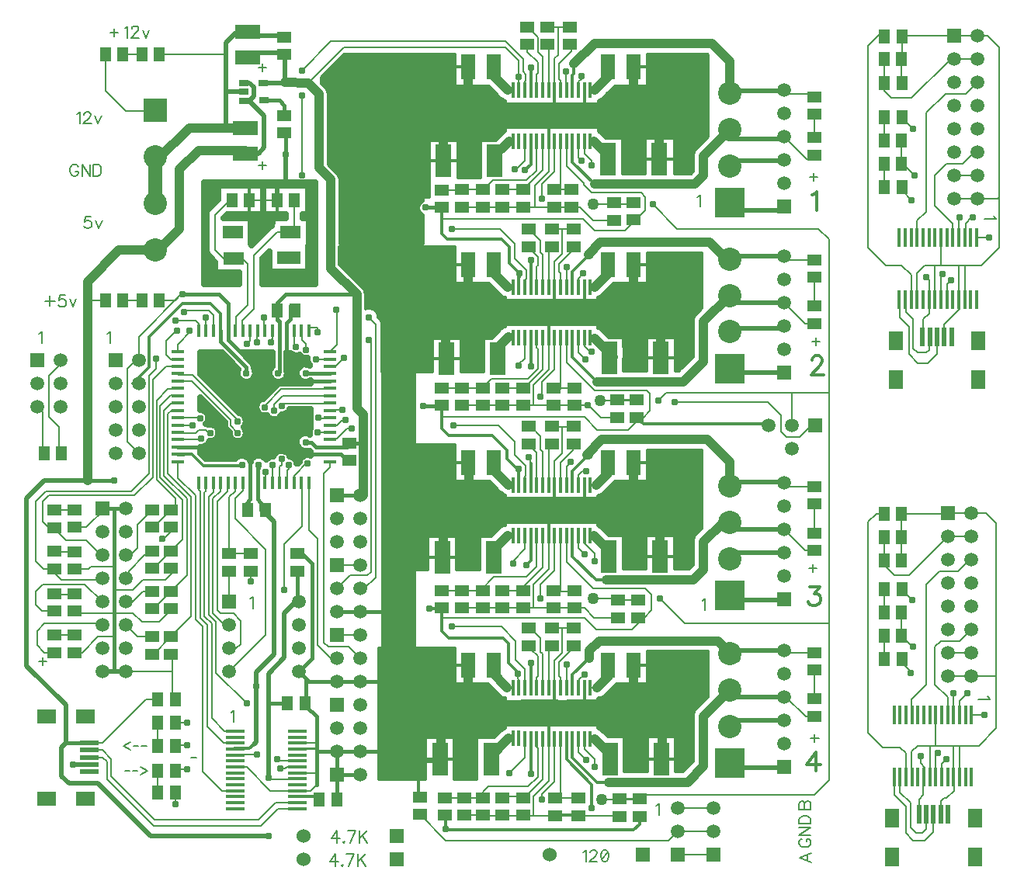
<source format=gbr>
G04 DipTrace 2.1.0.0*
%INTop.gbr*%
%MOIN*%
%ADD10C,0.01*%
%ADD11C,0.006*%
%ADD12C,0.003*%
%ADD13C,0.016*%
%ADD14C,0.008*%
%ADD15C,0.039*%
%ADD16C,0.012*%
%ADD17C,0.02*%
%ADD18C,0.06*%
%ADD19C,0.15*%
%ADD20C,0.05*%
%ADD21C,0.125*%
%ADD22C,0.1*%
%ADD23C,0.025*%
%ADD24C,0.013*%
%ADD25R,0.1063X0.063*%
%ADD26R,0.0591X0.0512*%
%ADD27R,0.0512X0.0591*%
%ADD28R,0.063X0.1063*%
%ADD29R,0.05X0.06*%
%ADD30R,0.06X0.05*%
%ADD31R,0.1X0.1*%
%ADD32R,0.0591X0.0591*%
%ADD33C,0.0591*%
%ADD34R,0.0827X0.0197*%
%ADD35R,0.0827X0.0591*%
%ADD36R,0.125X0.125*%
%ADD37C,0.1*%
%ADD38R,0.06X0.06*%
%ADD39R,0.071X0.14*%
%ADD40R,0.0551X0.0177*%
%ADD41R,0.0177X0.0551*%
%ADD42R,0.04X0.025*%
%ADD43R,0.012X0.065*%
%ADD44R,0.0827X0.0157*%
%ADD45R,0.09X0.056*%
%ADD46R,0.1X0.056*%
%ADD47R,0.0197X0.0827*%
%ADD48R,0.0591X0.0827*%
%ADD49R,0.0157X0.0827*%
%ADD50C,0.031*%
%ADD51C,0.019*%
%ADD52C,0.035*%
%ADD53C,0.095*%
%ADD54C,0.12*%
%ADD55C,0.11*%
%ADD56C,0.067*%
%ADD57C,0.0354*%
%ADD58C,0.063*%
%ADD59C,0.038*%
%ADD60C,0.023*%
%ADD61C,0.058*%
%ADD62C,0.042*%
%ADD63R,0.0237X0.0907*%
%ADD64R,0.0077X0.0747*%
%ADD65R,0.0671X0.0907*%
%ADD66R,0.0511X0.0747*%
%ADD67R,0.0277X0.0907*%
%ADD68R,0.0117X0.0747*%
%ADD69R,0.108X0.064*%
%ADD70R,0.092X0.048*%
%ADD71R,0.098X0.064*%
%ADD72R,0.082X0.048*%
%ADD73R,0.0907X0.0237*%
%ADD74R,0.0747X0.0077*%
%ADD75R,0.02X0.073*%
%ADD76R,0.004X0.057*%
%ADD77R,0.048X0.033*%
%ADD78R,0.032X0.017*%
%ADD79R,0.0257X0.0631*%
%ADD80R,0.0097X0.0471*%
%ADD81R,0.0631X0.0257*%
%ADD82R,0.0471X0.0097*%
%ADD83R,0.079X0.148*%
%ADD84R,0.063X0.132*%
%ADD85R,0.068X0.068*%
%ADD86R,0.052X0.052*%
%ADD87C,0.068*%
%ADD88C,0.052*%
%ADD89C,0.108*%
%ADD90C,0.092*%
%ADD91R,0.133X0.133*%
%ADD92R,0.117X0.117*%
%ADD93R,0.0907X0.0671*%
%ADD94R,0.0747X0.0511*%
%ADD95R,0.0907X0.0277*%
%ADD96R,0.0747X0.0117*%
%ADD97C,0.0671*%
%ADD98C,0.0511*%
%ADD99R,0.0671X0.0671*%
%ADD100R,0.0511X0.0511*%
%ADD101C,0.108*%
%ADD102C,0.092*%
%ADD103R,0.108X0.108*%
%ADD104R,0.092X0.092*%
%ADD105R,0.068X0.058*%
%ADD106R,0.052X0.042*%
%ADD107R,0.058X0.068*%
%ADD108R,0.042X0.052*%
%ADD109R,0.071X0.1143*%
%ADD110R,0.055X0.0983*%
%ADD111R,0.0592X0.0671*%
%ADD112R,0.0432X0.0511*%
%ADD113R,0.0671X0.0592*%
%ADD114R,0.0511X0.0432*%
%ADD115R,0.1143X0.071*%
%ADD116R,0.0983X0.055*%
%ADD117C,0.0062*%
%ADD118C,0.0124*%
%ADD119C,0.0077*%
%FSLAX44Y44*%
%SFA1B1*%
%OFA0B0*%
G04*
G70*
G90*
G75*
G01*
%LNTop*%
%LPD*%
X17395Y22453D2*
D13*
X16674D1*
X16487Y22640D1*
X13970D1*
Y22752D1*
X13253D1*
X14190D1*
Y25602D1*
X15545D1*
X17395D1*
X23965Y33078D2*
D14*
Y33065D1*
X24821D1*
X24808Y33078D1*
Y33065D1*
X25706D1*
X25692Y33078D1*
X27015D2*
Y33065D1*
X27778D1*
Y33078D1*
X26782Y35907D2*
Y34594D1*
X26190Y34002D1*
Y33065D1*
X24821D1*
X14190Y25602D2*
D13*
Y26187D1*
X13025Y27351D1*
Y27768D1*
X27880Y32122D2*
D14*
X26935D1*
X27037Y29643D2*
Y30737D1*
X27378Y31078D1*
Y32127D1*
X26941D1*
X27010Y24556D2*
X27900D1*
X23970D2*
X24810D1*
X25690D1*
X26782Y27457D2*
X26790D1*
Y26090D1*
X26128Y25427D1*
Y24565D1*
X25690D1*
X23339Y30590D2*
D15*
Y28500D1*
D14*
X26782D1*
D16*
Y27457D1*
X26930Y23659D2*
D14*
Y23627D1*
X27880D1*
Y23659D1*
X26930D2*
X26940D1*
Y23627D2*
X27378D1*
Y22503D1*
X27037Y22162D1*
Y21143D1*
X23970Y15866D2*
X24810D1*
Y15877D2*
X25690D1*
Y15866D1*
X27010D2*
X27900D1*
X26782Y18957D2*
Y17532D1*
X26128Y16877D1*
Y15877D1*
X25678D1*
X26782Y18957D2*
D16*
Y20030D1*
D14*
X23360D1*
D15*
Y22069D1*
D14*
X23339Y22090D1*
X26782Y20030D2*
X27037D1*
Y20375D1*
D16*
Y21143D1*
X26930Y14994D2*
D14*
X27147D1*
X27880D1*
X23970Y6966D2*
Y6940D1*
X24810D1*
Y6966D1*
Y6940D2*
X25690D1*
Y6966D1*
Y6940D2*
X27128D1*
Y6877D1*
X27065Y6940D1*
Y7002D1*
X28065D1*
Y6942D1*
X21267Y7738D2*
D16*
X21190D1*
Y9270D1*
X22090D1*
Y11440D1*
X22160D1*
X23339D1*
X26782D1*
Y10247D1*
Y11440D2*
D14*
X27037D1*
Y11750D1*
D16*
Y12433D1*
X26782Y10247D2*
D14*
X26790D1*
Y8440D1*
X26128Y7778D1*
Y6940D1*
X25690D1*
X27037Y29643D2*
D16*
Y28875D1*
D14*
Y28535D1*
X27003Y28500D1*
X26782D1*
X27003D2*
X28317D1*
D16*
Y29643D1*
X27037Y12433D2*
D14*
Y13600D1*
X27378Y13940D1*
Y14994D1*
X26930D1*
X31545Y35135D2*
D15*
Y37065D1*
D14*
X30441D1*
X28320D1*
X27040D1*
X26782D1*
X23339D1*
X22275D1*
D15*
Y35050D1*
X30441Y30590D2*
Y28500D1*
D14*
X28317D1*
X27037Y20030D2*
X28317D1*
D16*
Y21143D1*
X27037Y11440D2*
D14*
X28317D1*
D16*
Y12433D1*
Y38093D2*
X28320D1*
Y37065D1*
X26782Y35907D2*
Y37065D1*
X30441Y13390D2*
D15*
Y11440D1*
D14*
X28317D1*
X22120Y9350D2*
D15*
X22160D1*
Y11440D1*
X23339Y13390D2*
Y11440D1*
X23340Y21187D2*
D13*
X23339Y21189D1*
Y22090D1*
X22230Y18030D2*
D15*
X22270D1*
Y20030D1*
X23360D1*
X23339Y22090D2*
D3*
X22410Y26550D2*
X22370D1*
Y28500D1*
X23339D1*
X31600Y26590D2*
X31610D1*
Y28500D1*
X30441D1*
Y22090D2*
Y20030D1*
D14*
X28317D1*
X27693Y40814D2*
X26747D1*
X27037Y38093D2*
Y39457D1*
X27190Y39610D1*
Y40814D1*
X27693D1*
X27037Y38093D2*
D16*
X27040D1*
Y37065D1*
X31580Y18080D2*
D15*
Y20030D1*
X30441D1*
X13851Y40613D2*
D17*
Y40436D1*
X15441D1*
Y40374D1*
X26065Y37375D2*
D14*
X26565D1*
X26815D1*
X27065D1*
X27565D1*
Y36625D2*
X27065D1*
X26565D1*
X26065D1*
Y28875D2*
X26565D1*
X27065D1*
X27565D1*
Y28125D2*
X27065D1*
X26565D1*
X26065D1*
Y20375D2*
X26565D1*
X27065D1*
X27565D1*
X26065Y19625D2*
X26565D1*
X27065D1*
X27565D1*
X25815Y11375D2*
Y11500D1*
X26065Y11750D1*
X26565D1*
X27065D1*
X27565D1*
X25815Y11375D2*
Y11250D1*
X26065Y11000D1*
X26565D1*
X27065D1*
X27565D1*
X9898Y33221D2*
D18*
Y35221D1*
X13753Y36480D2*
D15*
X12939D1*
X11357D1*
X10003Y35125D1*
Y33116D1*
X9898Y33221D1*
X13851Y40613D2*
D17*
Y40561D1*
X13374D1*
X12939Y40127D1*
Y39620D1*
Y38032D1*
Y36480D1*
X13684Y38032D2*
X12939D1*
X15545Y27768D2*
D13*
Y28107D1*
X15690Y28252D1*
Y28821D1*
X15886Y28625D1*
X17395Y22453D2*
X17867D1*
X17960Y22360D1*
X18065D1*
X18239Y22186D1*
X13025Y27768D2*
Y28917D1*
X12628Y29315D1*
X11065D1*
X26815Y37375D2*
D14*
Y37000D1*
X27565Y37375D2*
Y37250D1*
X27315Y37000D1*
X27565Y37250D2*
X27815Y37000D1*
X26565Y37375D2*
Y37250D1*
X26315Y37000D1*
X26065Y37375D2*
Y37250D1*
X25815Y37000D1*
X26565Y36625D2*
Y36750D1*
X26815Y37000D1*
X27565Y28875D2*
Y28750D1*
X27815Y28500D1*
X27565Y28750D2*
X27315Y28500D1*
Y28375D1*
X27065Y28125D1*
X26815Y28500D2*
Y28625D1*
X27065Y28875D1*
X26565D2*
Y28750D1*
X26315Y28500D1*
X26065Y28875D2*
Y28750D1*
X25815Y28500D1*
Y28375D1*
X26065Y28125D1*
X28317Y29643D2*
Y29002D1*
X27815Y28500D1*
X28317Y38093D2*
Y37065D1*
X27815D1*
Y37000D1*
X27037Y21143D2*
Y20403D1*
X27065Y20375D1*
X27565D2*
Y20250D1*
X27815Y20000D1*
X27565Y19625D2*
Y19750D1*
X27315Y20000D1*
Y20125D1*
X27065Y20375D1*
X26565D2*
Y20250D1*
X26815Y20000D1*
X26565Y19625D2*
Y19750D1*
X26315Y20000D1*
Y20125D1*
X26065Y20375D1*
X25815Y20000D2*
X23349D1*
X23360Y20030D1*
X23339Y22090D2*
Y20030D1*
X23360D1*
X28317Y12433D2*
Y11877D1*
X27815Y11375D1*
X27565Y11750D2*
Y11625D1*
X27815Y11375D1*
X27565Y11625D2*
X27315Y11375D1*
X27065Y11000D2*
Y11125D1*
X26815Y11375D1*
X26565Y11000D2*
Y11125D1*
X26315Y11375D1*
X26065Y11750D2*
Y11625D1*
X26315Y11375D1*
X26565Y11750D2*
Y11625D1*
X26815Y11375D1*
X17690Y15690D2*
D13*
X18690D1*
X17690Y12690D2*
X18690D1*
X17690Y9690D2*
X18690D1*
X30441Y39090D2*
D15*
Y37065D1*
X23339Y39090D2*
Y37065D1*
Y28500D2*
D14*
X20315D1*
D19*
Y20002D1*
D14*
X23360D1*
X13937Y33374D2*
X15126D1*
X22273Y37065D2*
D15*
X20315D1*
D19*
Y35940D1*
Y28500D1*
X7628Y20127D2*
D13*
X8128D1*
X8628D1*
X7628D2*
D14*
X7752D1*
X6941Y19316D1*
X6440D1*
X8628Y13127D2*
D13*
X8128D1*
Y14627D1*
Y15629D1*
Y16628D1*
Y17629D1*
Y20127D1*
Y14627D2*
D14*
X7440D1*
X6753Y13941D1*
X6440D1*
X7628Y13127D2*
D17*
X8628D1*
X22160Y11440D2*
D19*
X20315D1*
Y12690D1*
Y15690D1*
Y20002D1*
X15126Y33374D2*
D17*
X15128D1*
Y34023D1*
X15503D1*
Y35315D1*
X15438Y36250D2*
D13*
X15503D1*
Y35315D1*
X20315Y37440D2*
D14*
Y37065D1*
Y36690D2*
D19*
D3*
D15*
Y37065D1*
Y36315D2*
D19*
Y36690D1*
Y35940D2*
D3*
Y38565D2*
D14*
Y38190D1*
Y37815D1*
Y37440D1*
Y36690D1*
Y36315D1*
Y35940D1*
Y36690D2*
D3*
X17690Y8690D2*
D13*
X18690D1*
Y15690D2*
X20315D1*
X18690Y12690D2*
X20315D1*
X18690Y9690D2*
X21190D1*
Y9270D1*
X8128Y15629D2*
D14*
X6537D1*
X6440Y15726D1*
X13970Y21232D2*
D13*
Y20533D1*
X13815Y20377D1*
Y20062D1*
X13877D1*
X10860Y22768D2*
X13253Y22752D1*
X13970Y21232D2*
Y22640D1*
X15545Y27768D2*
Y25602D1*
X8128Y16628D2*
D14*
X8940D1*
X9378Y17065D1*
X10315D1*
X10690Y17440D1*
Y17690D1*
X10566Y17566D1*
X8128Y15629D2*
X8939D1*
X9315Y15252D1*
X10065D1*
X10566Y15753D1*
Y15816D1*
X8628Y13127D2*
X10628D1*
Y13940D1*
X10566Y13878D1*
X15992Y9797D2*
Y9815D1*
X16815D1*
Y10053D1*
X15992D1*
X10566Y19316D2*
Y19128D1*
X10157Y18720D1*
X10095D1*
X10190Y18815D1*
X6440Y17531D2*
X7031D1*
X7129Y17629D1*
X8128D1*
X17690Y12690D2*
D13*
X16502D1*
X16065Y13127D1*
X15992Y8774D2*
D14*
Y8752D1*
X16815D1*
D13*
Y8252D1*
D14*
X16568Y8006D1*
X15992D1*
X17690Y9690D2*
D13*
X16815D1*
D14*
Y9797D1*
X15992D1*
X16000Y18194D2*
D13*
X16186D1*
X16628Y17753D1*
Y13690D1*
X16065Y13127D1*
X31630Y9370D2*
D15*
X31650D1*
Y11440D1*
X30441D1*
X16314Y11751D2*
D13*
X16376D1*
Y11627D1*
X16815Y11188D1*
Y9797D1*
X15992Y8006D2*
D14*
X14844D1*
X13820Y9030D1*
X13315D1*
X10750Y11939D2*
X10628D1*
Y13127D1*
X7065Y9127D2*
D17*
X6378D1*
X16815Y9815D2*
D13*
Y8752D1*
X14003Y17442D2*
D14*
Y17002D1*
X10063Y29062D2*
X10749D1*
X11003Y29315D1*
D13*
X11065D1*
X10064Y39620D2*
D14*
X12939D1*
X9190Y26502D2*
Y26627D1*
X8690Y26127D1*
Y23002D1*
X9190Y22502D1*
Y26502D2*
Y27502D1*
X11003Y29315D1*
X17689Y7627D2*
D13*
Y8691D1*
X17690Y8690D1*
Y9690D2*
Y8690D1*
X16376Y11751D2*
Y12816D1*
X16065Y13127D1*
X23070Y33070D2*
D14*
X23957D1*
X27015Y33065D2*
X25706D1*
X29582Y32509D2*
X28683D1*
X28127Y33065D1*
X27791D1*
X27778Y33078D1*
X23070Y24556D2*
X23970D1*
X25690D2*
X27010D1*
X29743Y24036D2*
X29032D1*
X28502Y24565D1*
X27909D1*
X27900Y24556D2*
Y24580D1*
X28480D1*
X32190Y24690D2*
X36190D1*
X36753Y24127D1*
Y23440D1*
X37003Y23190D1*
X37565D1*
X38238Y23863D1*
Y23685D1*
X25690Y15866D2*
X27010D1*
X29767Y15446D2*
X28747D1*
X28327Y15866D1*
X27900D1*
X23070D2*
X23970D1*
X29820Y6903D2*
Y6940D1*
X23944D1*
X23970Y6966D1*
X23180D2*
X23970D1*
X15438Y36998D2*
D13*
Y37437D1*
X15224Y37651D1*
X14550D1*
X25250Y38090D2*
D14*
X24960D1*
X25040Y29630D2*
D16*
X25240D1*
X25250Y29640D1*
X28753Y29630D2*
X28870D1*
X28585D1*
X28573Y29643D1*
X25040Y29630D2*
D15*
X24441Y30229D1*
D14*
Y30590D1*
X28815Y21127D2*
X28588D1*
X28573Y21143D1*
X25003Y21127D2*
X25250D1*
Y21140D1*
X25052D1*
D15*
X24441Y21751D1*
D14*
Y22090D1*
X28878Y12433D2*
X28573D1*
X24940D2*
X25250D1*
Y12430D1*
X25013D1*
D15*
X24315Y13128D1*
D14*
Y13390D1*
X24441D1*
X28573Y29643D2*
Y29630D1*
X28755D1*
D15*
X29315Y30190D1*
D14*
Y30566D1*
X29339Y30590D1*
X28870Y29630D2*
X29315Y30075D1*
Y30590D1*
X29339D1*
X28815Y21127D2*
D15*
X29315Y21627D1*
D14*
Y22090D1*
X29339D1*
X28573Y29643D2*
Y29765D1*
D16*
Y29643D1*
X25250Y38090D2*
D14*
X25040D1*
D15*
X24441Y38689D1*
D14*
Y39090D1*
X25040Y38090D2*
X24441Y38689D1*
X9898Y37221D2*
Y37252D1*
X9939D1*
Y37311D1*
X10190Y37562D1*
Y37190D1*
X8627D1*
X7750Y38067D1*
Y39620D1*
X28780Y38090D2*
X28575D1*
X28573Y38093D1*
X28780D2*
D15*
X29378Y38690D1*
D14*
Y39090D1*
X29339D1*
X28878Y12433D2*
D15*
X29378Y12933D1*
D14*
Y13351D1*
X29339Y13390D1*
X10860Y23398D2*
Y23377D1*
X11628D1*
X11753Y23502D1*
X12065D1*
X12190Y23377D1*
X12253D1*
X13684Y37647D2*
D17*
X13921D1*
X14565Y37002D1*
Y35627D1*
X14315Y35377D1*
X13753D1*
X13684Y38410D2*
X13940D1*
X14128Y38222D1*
Y37847D1*
X13927Y37647D1*
X9898Y31221D2*
D15*
Y31083D1*
X10939Y32125D1*
Y34687D1*
X11755Y35502D1*
X13753D1*
Y35377D1*
X9898Y31221D2*
X8346D1*
X7003Y29878D1*
Y29063D1*
Y21315D1*
D17*
X5128D1*
X4378Y20565D1*
Y13377D1*
X6065Y11690D1*
Y10065D1*
X5878Y9877D1*
Y8627D1*
X6190Y8315D1*
X7440D1*
X9690Y6065D1*
X14753D1*
Y8565D2*
Y11752D1*
Y13033D1*
X15440Y13720D1*
Y15627D1*
X15940Y16127D1*
X16065D1*
X7003Y21315D2*
D13*
X8128D1*
X7065Y10065D2*
X6065D1*
X15992Y8518D2*
D14*
Y8502D1*
X14753D1*
Y8565D1*
X16000Y17446D2*
D13*
Y16192D1*
X16065Y16127D1*
X15566Y11751D2*
Y11752D1*
X14753D1*
X7065Y10065D2*
D14*
X7628D1*
X9502Y11939D1*
X10002D1*
X7750Y29063D2*
X7003D1*
X26270Y35907D2*
Y34645D1*
X25845Y34220D1*
X24408D1*
X23965Y33777D1*
Y33827D1*
X22210Y33808D2*
X23060D1*
X23070Y33818D1*
X23957D1*
X23965Y33827D1*
X25250Y35910D2*
X25098D1*
D15*
X24378Y35190D1*
D14*
Y35108D1*
X24320Y35050D1*
X24475D1*
X27778Y33827D2*
X27015D1*
X27293Y35907D2*
Y33627D1*
X27214D1*
X27015Y33827D1*
X26526Y38093D2*
Y39524D1*
X26315Y39735D1*
Y40374D1*
X25875Y40814D1*
X26270Y38093D2*
X26253D1*
Y38753D1*
X26315Y38815D1*
Y39305D1*
X25875Y39745D1*
Y40066D1*
X26782Y38093D2*
Y40032D1*
X26747Y40066D1*
X27805Y38093D2*
D16*
Y38715D1*
X27880Y38790D1*
Y39230D1*
D15*
X28750Y40100D1*
X33810D1*
X34568Y39342D1*
Y37958D1*
D17*
Y38062D1*
X36872D1*
X36900Y38090D1*
D14*
Y37940D1*
X38063D1*
X38190Y37813D1*
X27290Y38090D2*
Y38500D1*
X27218Y38572D1*
Y39218D1*
X27753Y39753D1*
Y40066D1*
X27693D1*
X30432Y33266D2*
Y33190D1*
X29650D1*
X29582Y33257D1*
X27037Y35907D2*
Y34600D1*
X26503Y34065D1*
Y33440D1*
X28690Y33190D2*
X29582D1*
Y33257D1*
X37238Y23685D2*
Y25090D1*
X36650D1*
X36660Y25100D1*
X38815D1*
Y31685D1*
X38370Y32130D1*
X32312D1*
X31252Y33190D1*
X27037Y27457D2*
Y26087D1*
X26503Y25552D1*
Y25003D1*
X26440Y24940D1*
X29003Y24752D2*
X30548D1*
X30580Y24784D1*
X29743D1*
X36650Y25090D2*
X31840D1*
X31503Y24752D1*
X29767Y16194D2*
X30617D1*
X30710Y7652D2*
X29820D1*
X27037Y10247D2*
Y8412D1*
X26503Y7877D1*
Y7627D1*
X29065D2*
X30734D1*
X30710Y7652D1*
X27037Y18957D2*
Y17475D1*
X26440Y16877D1*
Y16252D1*
X28690D2*
X29826D1*
X29767Y16194D1*
X30710Y7652D2*
X30874Y7815D1*
X38194D1*
X38830Y8452D1*
Y15190D1*
X32627D1*
X31565Y16252D1*
X38815Y25100D2*
X38830Y15190D1*
X27805Y35907D2*
D16*
Y35012D1*
X28752Y34065D1*
D15*
X33065D1*
X33440Y34440D1*
Y35270D1*
X34568Y36398D1*
D17*
Y36000D1*
X36990D1*
X36900Y36090D1*
D14*
Y36105D1*
X37878Y35127D1*
X38012D1*
X38190Y35305D1*
X28573Y35907D2*
X28723D1*
D15*
X29440Y35190D1*
D14*
Y35100D1*
X29600Y34940D1*
X29345D1*
Y35135D1*
X26014Y35907D2*
D16*
Y34904D1*
X25775Y34665D1*
X34568Y33248D2*
D17*
Y32938D1*
X37052D1*
X36900Y33090D1*
X26014Y38093D2*
D16*
Y39076D1*
X34568Y34838D2*
D17*
Y35062D1*
X36872D1*
X36900Y35090D1*
X25250Y27460D2*
D14*
Y27502D1*
X25065D1*
D15*
X24610Y27047D1*
D14*
Y26550D1*
X28573Y27457D2*
Y27440D1*
X28752D1*
D15*
X29560Y26632D1*
D14*
Y26590D1*
X29400D1*
X27900Y25304D2*
X27010D1*
X27293Y27457D2*
Y25277D1*
X27266Y25304D1*
X27010D1*
X26526Y29643D2*
Y31044D1*
X26440Y31130D1*
Y31621D1*
X25934Y32127D1*
X25943D1*
X26270Y29643D2*
Y30520D1*
X26320Y30570D1*
Y30940D1*
X25887Y31373D1*
X25937D1*
X26782Y29643D2*
Y31220D1*
X26935Y31373D1*
X26270Y27457D2*
Y27040D1*
X26320Y26990D1*
Y26132D1*
X25888Y25700D1*
X24325D1*
X23970Y25345D1*
Y25304D1*
X22210D2*
X23070D1*
X23970D1*
X27290Y29640D2*
Y30220D1*
X27220Y30290D1*
Y30640D1*
X27953Y31373D1*
X27880D1*
X25250Y18960D2*
X25023D1*
D15*
X24315Y18252D1*
D14*
Y18030D1*
X24430D1*
X24808Y33827D2*
X25692D1*
X26526Y35907D2*
Y34651D1*
X25702Y33827D1*
X8510Y29063D2*
X8376D1*
Y29062D1*
X9315D1*
X10860Y23713D2*
X11480D1*
X11503Y23690D1*
X10860Y24028D2*
X11790D1*
X11815Y24002D1*
X28573Y18957D2*
X28735D1*
D15*
X29503Y18190D1*
D14*
Y18080D1*
X29380D1*
X10860Y23083D2*
X11922D1*
X11878Y23127D1*
X13189Y33374D2*
Y33467D1*
X12450Y32727D1*
Y31242D1*
X12818Y30875D1*
X13252D1*
X13340Y27768D2*
X13378D1*
Y28377D1*
X13878Y28877D1*
Y30627D1*
X13630Y30875D1*
X13252D1*
X25250Y10250D2*
X25063D1*
D15*
X24253Y9440D1*
D14*
Y9350D1*
X24320D1*
X36900Y28965D2*
D17*
X34875D1*
X34565Y29275D1*
X27805Y27457D2*
D16*
Y26615D1*
X28855Y25565D1*
D15*
X32565D1*
X33440Y26440D1*
Y28150D1*
X34565Y29275D1*
X38190Y28065D2*
D14*
X37800D1*
X36900Y28965D1*
X26014Y18957D2*
D16*
Y17889D1*
X25815Y17690D1*
X34570Y16383D2*
D17*
Y16190D1*
X36935D1*
X36900Y16225D1*
X13970Y27768D2*
D14*
Y27345D1*
X13815Y27190D1*
X5129Y22502D2*
X5065D1*
Y24253D1*
X4815Y24502D1*
X14285Y27768D2*
X14315D1*
Y27940D1*
X14270Y27985D1*
Y27250D1*
X36900Y27965D2*
D17*
Y27875D1*
X34725D1*
X34565Y27715D1*
X26014Y29643D2*
D16*
Y30794D1*
X27805Y29643D2*
Y30295D1*
X28540Y31030D1*
D15*
X28490D1*
X29010Y31550D1*
X33705D1*
X34493Y30762D1*
D14*
X34565Y30835D1*
D17*
Y30965D1*
X36900D1*
X38190Y30813D2*
D14*
X37052D1*
X36900Y30965D1*
X45166Y31779D2*
X45690D1*
X28573Y10247D2*
X28758D1*
D15*
X29440Y9565D1*
D14*
Y9480D1*
X29550Y9370D1*
X29430D1*
X26014Y27457D2*
D16*
Y26246D1*
X34565Y26125D2*
D17*
Y25965D1*
X36900D1*
X38190Y30065D2*
D14*
Y28825D1*
X25690Y25304D2*
X24810D1*
X26526Y27457D2*
Y26088D1*
X25742Y25304D1*
X24810D1*
X12395Y21232D2*
Y20833D1*
X12190Y20627D1*
Y15565D1*
X12503Y15252D1*
Y13065D1*
X13815Y11752D1*
X14253Y9550D2*
X13306D1*
X13315Y9541D1*
X6440Y14689D2*
Y14695D1*
X5565D1*
X6440Y16474D2*
X6406Y16440D1*
X5565D1*
Y16480D1*
X6440Y20064D2*
X5565D1*
Y20070D1*
X15992Y7750D2*
D16*
X16941D1*
Y7627D1*
X26014Y10247D2*
Y8746D1*
X34570Y9188D2*
D17*
Y9002D1*
X36928D1*
X36900Y9030D1*
X7065Y9752D2*
D14*
X7627D1*
X8002Y9377D1*
Y8628D1*
X9877Y6752D1*
X14315D1*
X15057Y7494D1*
X15992D1*
X27010Y16614D2*
Y16565D1*
X27900D1*
Y16614D1*
X27010D2*
X26997Y16627D1*
X27293D1*
Y18957D1*
X26526Y21143D2*
Y22564D1*
X26440Y22650D1*
Y23240D1*
X26021Y23659D1*
X25940D1*
Y22911D2*
Y22752D1*
X25982Y22710D1*
X26110D1*
X26280Y22540D1*
Y21153D1*
X26270Y21143D1*
X26782D2*
Y22763D1*
X26930Y22911D1*
X26270Y18957D2*
Y17645D1*
X25815Y17190D1*
X24440D1*
X23864Y16614D1*
X23970D1*
X23070D2*
X23970D1*
X23070D2*
X22210D1*
X27880Y22911D2*
Y22730D1*
X27820Y22670D1*
Y22632D1*
X27300Y22112D1*
Y21150D1*
X27290Y21140D1*
X15992Y7238D2*
X15176D1*
X14440Y6502D1*
X9815D1*
X7815Y8503D1*
Y9252D1*
X7627Y9440D1*
X7065D1*
X36900Y19225D2*
D17*
X34878D1*
X34570Y19533D1*
X27805Y18957D2*
D16*
Y18075D1*
X28815Y17065D1*
X29253D1*
D15*
X33003D1*
X33440Y17502D1*
Y18690D1*
X34283Y19533D1*
X34570D1*
X38190Y18315D2*
D14*
X37810D1*
X36900Y19225D1*
X9993Y8877D2*
Y7930D1*
X10003Y7940D1*
X36900Y18225D2*
D17*
X34822D1*
X34570Y17973D1*
X26014Y21143D2*
D16*
Y22070D1*
D14*
X26003D1*
Y22252D1*
X25940Y22315D1*
X13065Y14127D2*
X13378D1*
X13564Y14314D1*
Y15314D1*
X13250Y15627D1*
X12688D1*
X12565Y15750D1*
Y20440D1*
X13003Y20878D1*
Y21210D1*
X13025Y21232D1*
X13655D2*
Y20905D1*
X13315Y20565D1*
Y19690D1*
X14628Y18377D1*
Y14690D1*
X13065Y13127D1*
X27805Y21143D2*
D16*
Y21743D1*
X28503Y22440D1*
D15*
X28420D1*
X29080Y23100D1*
X33593D1*
X34570Y22123D1*
Y21093D1*
D17*
Y21252D1*
X36927D1*
X36900Y21225D1*
X38190Y21065D2*
D14*
X37060D1*
X36900Y21225D1*
X13065Y18190D2*
X14003D1*
X13065D2*
Y20627D1*
X13315Y20877D1*
Y21207D1*
X13340Y21232D1*
X13065Y16127D2*
Y17442D1*
X32315Y5253D2*
X33874D1*
Y5252D1*
X32315Y7253D2*
X33874D1*
Y7252D1*
X10003Y10940D2*
Y9930D1*
X9993Y9940D1*
X15992Y9285D2*
X15128D1*
Y9377D1*
X11260Y9970D2*
X10753D1*
Y9940D1*
X38190Y20317D2*
Y19075D1*
X24810Y16614D2*
X25690D1*
X26526Y18957D2*
Y17588D1*
X25690Y16752D1*
Y16614D1*
X15992Y9030D2*
X15550D1*
X15470Y8950D1*
X15260D1*
X11253Y8940D2*
X10753D1*
Y8877D1*
X38190Y37065D2*
Y36065D1*
X42351Y29101D2*
Y30154D1*
X41940Y30565D1*
X41253D1*
X40503Y31315D1*
Y40003D1*
X41055Y40555D1*
X41200Y40410D1*
X43148Y27503D2*
X43128D1*
Y26940D1*
X43003Y26815D1*
X42627D1*
X42440Y27002D1*
Y28253D1*
X42128Y28565D1*
Y29069D1*
X42095Y29101D1*
X43460Y27503D2*
Y26772D1*
X43065Y26377D1*
X42628D1*
X42253Y26752D1*
Y27940D1*
X41878Y28315D1*
Y29140D1*
X41839Y29101D1*
X13851Y39511D2*
D17*
Y39690D1*
X15450D1*
Y38409D1*
X14547D1*
X15230Y27768D2*
D13*
Y28150D1*
X15138Y28242D1*
Y28625D1*
X14285Y21232D2*
Y20533D1*
X14440Y20377D1*
Y20062D1*
X14626D1*
X12710Y27768D2*
Y27295D1*
X13810Y26195D1*
Y25940D1*
X14340Y22010D2*
Y21880D1*
X14285Y21825D1*
Y21232D1*
X17395Y22768D2*
X16800D1*
X16588Y22980D1*
X16350D1*
X15441Y39626D2*
D17*
X15450Y39690D1*
X17395Y22768D2*
D13*
X18143D1*
X18440Y23065D1*
X18239D1*
Y22934D1*
X13626Y22010D2*
D16*
Y21970D1*
X11959D1*
X11476Y22453D1*
X10860D1*
Y22440D1*
X11128D1*
X28061Y38093D2*
D14*
Y38451D1*
X28190Y38580D1*
Y38690D1*
X25510Y38670D2*
Y38490D1*
X25502Y38498D1*
Y38093D1*
X28061Y29643D2*
Y30011D1*
X28270Y30220D1*
X25540D2*
Y30060D1*
D16*
X25502Y30098D1*
Y29643D1*
X28061Y21143D2*
D14*
Y21551D1*
X28240Y21730D1*
X28400D1*
X28390Y21720D1*
X25502Y21815D2*
Y21143D1*
X28061Y12433D2*
Y12749D1*
X28315Y13002D1*
X25460Y13020D2*
Y12830D1*
X25510Y12780D1*
Y12425D1*
X25502Y12433D1*
X17690Y17690D2*
X18690D1*
D16*
D3*
X17690Y14690D2*
D14*
X18690D1*
D13*
D3*
X18239Y22934D2*
X18840D1*
D15*
Y20690D1*
D13*
X17690D1*
X17395Y25917D2*
X16373D1*
X16350Y25940D1*
X15230Y27768D2*
Y26002D1*
D16*
X15118D1*
X15180Y25940D1*
X14626Y20062D2*
D17*
X14505D1*
X15003Y19565D1*
Y13878D1*
X14220Y13095D1*
Y12502D1*
Y10095D1*
X14127Y10002D1*
D16*
X13940Y9815D1*
X13297D1*
X13315Y9797D1*
X10751Y7940D2*
D14*
Y7440D1*
Y10940D2*
X11253D1*
X15690Y39690D2*
X15450D1*
X14547Y38409D2*
D17*
X16471D1*
D15*
X16940Y37940D1*
Y34753D1*
X17440Y34253D1*
Y33065D1*
Y30440D1*
X18565Y29315D1*
D13*
X15503D1*
X15138Y28950D1*
Y28625D1*
X18565Y29315D2*
D15*
Y24435D1*
X18820Y24180D1*
Y22934D1*
D13*
X18239D1*
X15460Y38420D2*
D15*
X16471Y38409D1*
X12710Y27768D2*
D16*
Y28482D1*
X12253Y28940D1*
X11065D1*
X9628Y27503D1*
Y26190D1*
X8940Y25502D1*
X9190D1*
X5815Y26502D2*
D14*
X5817D1*
X5755Y26440D1*
X5940D1*
X5315Y25815D1*
Y24065D1*
X5753Y23627D1*
Y22378D1*
X5877Y22502D1*
X25510Y38670D2*
Y39370D1*
X24940Y39940D1*
X18003D1*
X16471Y38409D1*
X28628Y7252D2*
D16*
Y8272D1*
X27549Y9351D1*
Y10247D1*
X22210Y33060D2*
X22188D1*
Y32565D1*
Y31942D1*
X22440Y31690D1*
X24752D1*
X25087Y31355D1*
Y30663D1*
X25502Y30248D1*
Y29643D1*
X22188Y32565D2*
D14*
X28253D1*
X28753Y32065D1*
X30065D1*
X30432Y32432D1*
Y32517D1*
X27549Y35907D2*
Y34831D1*
X28299Y34081D1*
Y34019D1*
X28627Y33690D1*
X30752D1*
X30940Y33502D1*
Y32940D1*
X30440Y32440D1*
X30355D1*
X30432Y32517D1*
X22210Y33060D2*
D13*
X21508Y33065D1*
X22210Y24556D2*
D14*
X22190D1*
Y24065D1*
X28315D1*
X28878Y23502D1*
X30190D1*
X30723Y24036D1*
X30580D1*
Y24002D1*
X30815D1*
X31128Y24315D1*
Y25065D1*
X31002Y25190D1*
X28750D1*
X27549Y26391D1*
Y27457D1*
X36238Y23685D2*
D16*
Y23755D1*
X30861D1*
X30580Y24036D1*
X25502Y21143D2*
Y21753D1*
X25003Y22252D1*
Y22627D1*
X24377Y23252D1*
X22503D1*
X22190Y23565D1*
Y24627D1*
X22282D1*
X22210Y24556D1*
X22330Y6966D2*
X22378D1*
Y6377D1*
Y6315D1*
X30440D1*
X30690Y6565D1*
Y6883D1*
X30710Y6903D1*
X25460Y13020D2*
Y13107D1*
X25065Y13502D1*
Y14315D1*
X24815Y14565D1*
X22502D1*
X22190Y14877D1*
Y15440D1*
Y15846D1*
X22210Y15866D1*
X22190Y15440D2*
D14*
X28315D1*
X28815Y14940D1*
X30379D1*
X30628Y15188D1*
Y15456D1*
X30617Y15446D1*
X27549Y18957D2*
Y17831D1*
X28690Y16690D1*
X30940D1*
X31190Y16440D1*
Y15751D1*
X30885Y15446D1*
X30617D1*
X21660Y15840D2*
D16*
X22184D1*
X22210Y24556D2*
D13*
Y24540D1*
X21390D1*
X41192Y36940D2*
D14*
Y35940D1*
Y34940D2*
Y33940D1*
X43886Y29101D2*
Y29761D1*
X44065Y29940D1*
X42378Y33377D2*
X41940Y33815D1*
Y33928D1*
X41952Y33940D1*
X27065Y7688D2*
X28065D1*
Y7690D1*
X27065Y7688D2*
X27300D1*
Y10254D1*
X27293Y10247D1*
X26526Y12433D2*
Y13884D1*
X26440Y13970D1*
Y14565D1*
X25940Y15065D1*
Y14994D1*
Y14246D2*
Y14110D1*
X26000D1*
X26320Y13790D1*
Y12920D1*
X26270Y12870D1*
Y12433D1*
X26930Y14246D2*
Y14315D1*
X26782D1*
Y12433D1*
X43630Y29101D2*
Y30130D1*
X43690Y30190D1*
X42440Y36440D2*
X41940Y36940D1*
X41952D1*
X27880Y14246D2*
Y14317D1*
X27723Y14160D1*
X27860D1*
X27230Y13530D1*
Y12940D1*
X27290Y12880D1*
Y12430D1*
X44943Y11279D2*
X45476D1*
X45503Y11252D1*
X27805Y10247D2*
D16*
Y9435D1*
X28863Y8377D1*
X29378D1*
D15*
X32752D1*
X33440Y9065D1*
Y11190D1*
X34570Y12320D1*
D14*
Y12338D1*
X36900Y12030D2*
D17*
X34878D1*
X34570Y12338D1*
X36900Y12030D2*
D14*
X36975D1*
X37815Y11190D1*
X38190D1*
X41190Y19910D2*
X40848D1*
X40503Y19565D1*
Y10502D1*
X41128Y9877D1*
X41878D1*
X42128Y9627D1*
Y8601D1*
X36900Y11030D2*
D17*
X34822D1*
X34570Y10778D1*
X26014Y12433D2*
D16*
Y13514D1*
X27805Y12433D2*
Y12985D1*
X28530Y13710D1*
D15*
Y14020D1*
X28950Y14440D1*
X34065D1*
X34815Y13690D1*
D14*
X34362D1*
X34570Y13898D1*
D17*
Y14030D1*
X36900D1*
X38190Y13940D2*
D14*
X36990D1*
X36900Y14030D1*
X26270Y10247D2*
Y9890D1*
X26320Y9840D1*
Y8600D1*
X25910Y8190D1*
X24190D1*
X23714Y7714D1*
X23970D1*
X23180D1*
X22330D1*
X42998Y7003D2*
Y6373D1*
X42815Y6190D1*
X42565D1*
X42315Y6440D1*
Y7503D1*
X41878Y7940D1*
Y8596D1*
X41873Y8601D1*
X43310Y7003D2*
Y6247D1*
X42940Y5877D1*
X42440D1*
X42128Y6190D1*
Y7315D1*
X41628Y7815D1*
Y8591D1*
X41617Y8601D1*
X38190Y13192D2*
Y11950D1*
X24810Y7714D2*
Y7750D1*
X25654D1*
X25690Y7714D1*
X26526Y10247D2*
Y8496D1*
X25782Y7752D1*
X24810D1*
X41190Y16660D2*
Y15660D1*
Y14660D2*
Y13660D1*
X43664Y8601D2*
Y9164D1*
X43878Y9377D1*
X42315Y13065D2*
Y13128D1*
X41783Y13660D1*
X41950D1*
X43408Y8601D2*
Y9533D1*
X43503Y9627D1*
X42399Y16211D2*
X41950Y16660D1*
X43920Y11279D2*
Y12023D1*
X43378Y12565D1*
Y14190D1*
X43628Y14440D1*
X44440D1*
X44940Y14940D1*
X44753Y12190D2*
X44440Y11877D1*
Y11287D1*
X44432Y11279D1*
X6440Y18279D2*
X6529D1*
X6503Y18252D1*
X5565D1*
Y18285D1*
X44940Y17940D2*
X44878D1*
X44378Y17440D1*
X43565D1*
X43003Y16877D1*
Y12565D1*
X42378Y11940D1*
Y11285D1*
X42384Y11279D1*
X9753Y19317D2*
X9819D1*
X10566Y20064D1*
X10860Y25287D2*
Y25252D1*
X10440D1*
X9950Y24762D1*
Y21368D1*
X10753Y20565D1*
Y19877D1*
X10566Y20064D1*
X9753Y17566D2*
X9818D1*
X10566Y18314D1*
X11065Y18813D1*
Y20502D1*
X10110Y21457D1*
Y24547D1*
X10565Y25002D1*
X10830D1*
X10860Y24972D1*
X9753Y15816D2*
X9818D1*
X10566Y16564D1*
X10860Y24657D2*
X10595D1*
X10280Y24342D1*
Y21537D1*
X11253Y20565D1*
Y17251D1*
X10566Y16564D1*
X9753Y13878D2*
X9818D1*
X10566Y14627D1*
X10860Y24343D2*
X10593D1*
X10440Y24190D1*
Y21628D1*
X11440Y20628D1*
Y15501D1*
X10566Y14627D1*
X32315Y6253D2*
X33874D1*
Y6252D1*
X21267Y6990D2*
Y6988D1*
X22378Y5877D1*
X31940D1*
X32315Y6253D1*
X8510Y39620D2*
X9316D1*
X15874Y33374D2*
Y32162D1*
X15712Y32000D1*
X13655Y27768D2*
X13628D1*
Y28190D1*
X14128Y28690D1*
Y31003D1*
X15125Y32000D1*
X15712D1*
X8628Y18127D2*
X8815D1*
X9128Y18441D1*
Y19441D1*
X9753Y20065D1*
X8628Y17127D2*
X8753D1*
Y17440D1*
X9440Y18127D1*
X9567D1*
X9753Y18314D1*
Y16564D2*
X9376D1*
X8940Y16127D1*
X8628D1*
X9753Y14627D2*
X9129D1*
X8628Y15127D1*
X13315Y10565D2*
X12877D1*
X12315Y11127D1*
Y15190D1*
X12003Y15502D1*
Y20815D1*
X12065Y20877D1*
Y21248D1*
X12080Y21232D1*
X11765D2*
Y20927D1*
X11815Y20878D1*
Y15440D1*
X12128Y15127D1*
Y10751D1*
X12825Y10053D1*
X13315D1*
X10860Y22138D2*
X10877D1*
Y21441D1*
X11628Y20690D1*
Y15377D1*
X11940Y15065D1*
Y8815D1*
X12749Y8006D1*
X13315D1*
X45190Y35440D2*
X45065D1*
X44565Y34940D1*
X43878D1*
X43378Y34440D1*
Y33127D1*
X44128Y32377D1*
Y31793D1*
X44142Y31779D1*
X45003Y32627D2*
X44940D1*
X44690Y32377D1*
Y31815D1*
X44654Y31779D1*
X42607D2*
Y32482D1*
X43003Y32877D1*
Y37128D1*
X43815Y37940D1*
X44690D1*
X45190Y38440D1*
X42503Y34440D2*
X42003Y34940D1*
X41940D1*
Y35940D1*
X45190Y34440D2*
X44190D1*
X44398Y31779D2*
Y32669D1*
X44440Y32627D1*
X43119Y29101D2*
Y28494D1*
X42878Y28252D1*
Y27545D1*
X42835Y27503D1*
X45190Y39440D2*
X44190D1*
X41190D2*
Y38420D1*
X41200Y38410D1*
Y38055D1*
X41503Y37752D1*
X42378D1*
X44003Y39377D1*
X44127D1*
X44190Y39440D1*
X43119Y29101D2*
Y29949D1*
X43003Y30065D1*
X42431Y14190D2*
X42408D1*
X41938Y14660D1*
X43940Y13940D2*
X44940D1*
X41938Y15660D2*
Y14660D1*
X44176Y11279D2*
Y12190D1*
X41190Y18910D2*
Y17910D1*
Y17690D1*
X41628Y17252D1*
X42252D1*
X43940Y18940D1*
X44940D1*
X42685Y7003D2*
Y7622D1*
X42878Y7815D1*
Y8620D1*
X42896Y8601D1*
X42940D1*
Y9003D1*
X42753Y9190D1*
Y9502D1*
X44190Y40440D2*
X45190D1*
X41948Y40410D2*
Y39450D1*
X41938Y39440D1*
Y38420D1*
X41948Y38410D1*
Y40410D2*
Y40440D1*
X44190D1*
X45190D2*
X45628D1*
X46128Y39940D1*
Y33503D1*
X46065Y33440D1*
X45190D1*
X44190D2*
X45190D1*
X42607Y29101D2*
Y30232D1*
X42940Y30565D1*
X43375D1*
X43630D1*
Y31779D1*
X43375Y29101D2*
Y30565D1*
X44398Y29101D2*
Y30565D1*
X43630D1*
X44654Y29101D2*
Y30565D1*
X44398D1*
X43773Y27503D2*
Y28023D1*
X44440Y28690D1*
Y29060D1*
X44398Y29101D1*
X46128Y33503D2*
Y31315D1*
X45378Y30565D1*
X44398D1*
X41938Y19910D2*
Y18910D1*
Y17910D1*
Y19910D2*
X43970D1*
X43940Y19940D1*
X44940D1*
X45565D1*
X46003Y19502D1*
Y12940D1*
Y10690D1*
X45253Y9940D1*
X44432D1*
X44176D1*
X43408D1*
X43152D1*
X42628D1*
X42378Y9690D1*
Y8608D1*
X42384Y8601D1*
X43408Y11279D2*
Y9940D1*
X43152Y8601D2*
Y9940D1*
X44176Y8601D2*
Y9940D1*
X44432Y8601D2*
Y9940D1*
X43940Y12940D2*
X44940D1*
X46003D1*
X43623Y7003D2*
Y7560D1*
X43753Y7690D1*
X43878D1*
X44190Y8002D1*
Y8587D1*
X44176Y8601D1*
X27549Y38093D2*
X27540D1*
Y38910D1*
X11128Y28565D2*
Y28627D1*
X12190D1*
X12395Y28422D1*
Y27768D1*
X25758Y35907D2*
Y35070D1*
X25418Y34730D1*
X25315D1*
Y34690D1*
X12065Y28315D2*
Y27752D1*
X12080Y27768D1*
X11765D2*
Y28052D1*
X11628Y28190D1*
X10753D1*
X16190Y34440D2*
Y37877D1*
Y38940D2*
X17440Y40190D1*
X24940D1*
X25690Y39440D1*
Y38900D1*
X25810Y38780D1*
Y38510D1*
X25758Y38458D1*
Y38093D1*
X28317Y35907D2*
Y35375D1*
X28628Y35065D1*
Y34877D1*
X11378Y27752D2*
X11442D1*
X10860Y27171D1*
Y26862D1*
X28061Y35907D2*
Y35209D1*
X28190Y35080D1*
X10815Y27752D2*
X10802D1*
X10380Y27330D1*
Y26720D1*
X10553Y26547D1*
X10860D1*
X7628Y18127D2*
X7565D1*
X6940Y18752D1*
X6065D1*
X5565Y19253D1*
Y19310D1*
X10860Y26232D2*
X10357D1*
X9790Y25665D1*
Y21477D1*
X9003Y20690D1*
X5315D1*
X5065Y20440D1*
Y19565D1*
X5320Y19310D1*
X5565D1*
X13440Y23877D2*
Y23940D1*
X11503Y25877D1*
X10900D1*
X10860Y25917D1*
X13440Y23378D2*
X13128Y23690D1*
Y23940D1*
X11465Y25602D1*
X10860D1*
X13065Y15127D2*
X12878D1*
X12378Y15627D1*
Y20565D1*
X12690Y20878D1*
Y21212D1*
X12710Y21232D1*
X27549Y12433D2*
Y13429D1*
X14628Y21690D2*
Y21205D1*
X14600Y21232D1*
X25758Y10247D2*
Y9428D1*
X25110Y8780D1*
X14940Y22002D2*
Y21232D1*
X14915D1*
X25758Y12433D2*
Y13242D1*
X25378Y13622D1*
Y14440D1*
X24753Y15065D1*
X22628D1*
X15315Y22252D2*
Y22002D1*
X15230Y21917D1*
Y21232D1*
X28317Y10247D2*
Y9813D1*
X28750Y9380D1*
Y9020D1*
X15628Y22002D2*
Y21815D1*
X15565Y21752D1*
Y21252D1*
X15545Y21232D1*
X28061Y10247D2*
Y9649D1*
X28390Y9320D1*
X16440Y22065D2*
Y22127D1*
X15860Y21547D1*
Y21232D1*
X7628Y16127D2*
X6878Y16878D1*
X5065D1*
X4753Y16565D1*
Y16002D1*
X5035Y15720D1*
X5565D1*
X15440Y16627D2*
Y18600D1*
X16190Y19350D1*
Y21217D1*
X16175Y21232D1*
X16490D2*
Y19210D1*
X16876Y18824D1*
Y14254D1*
X17440Y13690D1*
X17690D1*
X17395Y22138D2*
Y21895D1*
X17129Y21629D1*
Y14376D1*
X17315Y14190D1*
X18190D1*
X18690Y13690D1*
X27549Y21143D2*
Y21929D1*
X27740Y22120D1*
Y22130D1*
X18315Y23565D2*
X18128D1*
X17690Y23127D1*
X17350D1*
X17395Y23083D1*
X25758Y18957D2*
Y18383D1*
X25253Y17877D1*
Y17752D1*
X16880Y23390D2*
X17403D1*
X17395Y23398D1*
X25758Y21143D2*
Y21488D1*
X25800Y21530D1*
Y21955D1*
X25315Y22440D1*
Y22995D1*
X24620Y23690D1*
X22690D1*
X18060Y23920D2*
X17930D1*
X17700Y23690D1*
X17418D1*
X17395Y23713D1*
X28317Y18957D2*
Y18625D1*
X28753Y18190D1*
Y17878D1*
X16910Y24020D2*
Y24010D1*
X17378D1*
X17395Y24028D1*
X28061Y18957D2*
Y18444D1*
X28342Y18162D1*
X17920Y24360D2*
X17378D1*
X17395Y24343D1*
X5565Y13935D2*
X5132D1*
X4815Y14252D1*
Y14877D1*
X5128Y15190D1*
X7628D1*
Y15127D1*
X17395Y24657D2*
Y24627D1*
X15440D1*
X15346Y24534D1*
X17395Y24972D2*
X15362D1*
X15003Y24613D1*
Y24315D1*
X17395Y25287D2*
Y25252D1*
X15302D1*
X14630Y24580D1*
Y24520D1*
X14590Y24480D1*
X27549Y29643D2*
X27540D1*
Y29530D1*
X27550Y29540D1*
Y30510D1*
X18000Y26600D2*
X17652Y26252D1*
X17395D1*
Y26232D1*
X25758Y27457D2*
Y26578D1*
X25500Y26320D1*
Y26250D1*
X16787Y26530D2*
X17378D1*
X17395Y26547D1*
X25758Y29643D2*
Y29945D1*
X25815Y30002D1*
Y30372D1*
X25330Y30857D1*
Y31482D1*
X24688Y32125D1*
X22626D1*
X17680Y28660D2*
X17690D1*
Y27157D1*
X17395Y26862D1*
X28317Y27457D2*
Y27113D1*
X28620Y26810D1*
Y26860D1*
X16880Y27710D2*
Y27890D1*
X16470D1*
Y27787D1*
X16490Y27768D1*
X28061Y27457D2*
Y26819D1*
X28350Y26530D1*
X16378Y26940D2*
Y27190D1*
X16190Y27377D1*
Y27768D1*
X16175D1*
X7628Y17127D2*
Y17065D1*
X5877D1*
X5565Y17377D1*
Y17525D1*
X5105D1*
X4753Y17877D1*
Y20440D1*
X5190Y20877D1*
X8878D1*
X9630Y21630D1*
Y25817D1*
X9940Y26127D1*
Y26565D1*
X15940Y27065D2*
X15878D1*
Y27750D1*
X15860Y27768D1*
X14915D2*
Y27425D1*
X14850Y27360D1*
Y27250D1*
X19060Y27350D2*
X19160Y27250D1*
Y17410D1*
X19003Y17252D1*
X18252D1*
X17690Y16690D1*
X14600Y27768D2*
X14580D1*
Y28315D1*
X19065D2*
X19360Y28020D1*
Y17172D1*
X18878Y16690D1*
X18690D1*
D50*
X11065Y29315D3*
X20315Y37065D3*
X15503Y35315D3*
X10190Y18815D3*
X6378Y9127D3*
X14003Y17002D3*
X10190Y18815D3*
X28480Y24580D3*
X32190Y24690D3*
X24960Y38090D3*
X25040Y29630D3*
X28753D3*
X25040D3*
X28815Y21127D3*
X25003D3*
X28878Y12433D3*
X24940D3*
X28815Y21127D3*
X28780Y38090D3*
X24960D3*
X12253Y23377D3*
X14753Y6065D3*
Y8565D3*
X8128Y21315D3*
X14753Y8565D3*
Y6065D3*
X26503Y33440D3*
D20*
X28690Y33190D3*
D50*
X31252D3*
X26440Y24940D3*
D20*
X29003Y24752D3*
D50*
X31503D3*
X26503Y7627D3*
D20*
X29065D3*
D50*
X26440Y16252D3*
D20*
X28690D3*
D50*
X31565D3*
X25775Y34665D3*
X26014Y39076D3*
X11503Y23690D3*
X11815Y24002D3*
X11878Y23127D3*
X25815Y17690D3*
X13815Y27190D3*
X14270Y27250D3*
X26014Y30794D3*
X45690Y31779D3*
X26014Y26246D3*
X13815Y11752D3*
X14253Y9550D3*
X26014Y8746D3*
X25940Y22315D3*
X15128Y9377D3*
X11260Y9970D3*
X15260Y8950D3*
X11253Y8940D3*
X13810Y25940D3*
X14340Y22010D3*
X16350Y22980D3*
X13626Y22010D3*
X28190Y38690D3*
X25510Y38670D3*
X28270Y30220D3*
X25540D3*
X28390Y21720D3*
X25502Y21815D3*
X28315Y13002D3*
X25460Y13020D3*
X16350Y25940D3*
X15180D3*
X10751Y7440D3*
X11253Y10940D3*
X14220Y12502D3*
X25510Y38670D3*
X28628Y7252D3*
X21508Y33065D3*
X17440D3*
X22378Y6377D3*
X25460Y13020D3*
X21660Y15840D3*
X21390Y24540D3*
X18565Y24435D3*
X44065Y29940D3*
X42378Y33377D3*
X43690Y30190D3*
X42440Y36440D3*
X45503Y11252D3*
X26014Y13514D3*
X43878Y9377D3*
X42315Y13065D3*
X43503Y9627D3*
X42399Y16211D3*
X44753Y12190D3*
X45003Y32627D3*
X42503Y34440D3*
X44440Y32627D3*
X43003Y30065D3*
X42431Y14190D3*
X44176Y12190D3*
X42753Y9502D3*
X27540Y38910D3*
X11128Y28565D3*
X25315Y34690D3*
X12065Y28315D3*
X10753Y28190D3*
X16190Y34440D3*
Y37877D3*
Y38940D3*
X28628Y34877D3*
X11378Y27752D3*
X28190Y35080D3*
X10815Y27752D3*
X13440Y23877D3*
Y23378D3*
X27549Y13429D3*
X14628Y21690D3*
X25110Y8780D3*
X14940Y22002D3*
X22628Y15065D3*
X15315Y22252D3*
X28750Y9020D3*
X15628Y22002D3*
X28390Y9320D3*
X16440Y22065D3*
X15440Y16627D3*
X27740Y22130D3*
X18315Y23565D3*
X25253Y17752D3*
X16880Y23390D3*
X22690Y23690D3*
X18060Y23920D3*
X28753Y17878D3*
X16910Y24020D3*
X28342Y18162D3*
X17920Y24360D3*
X15346Y24534D3*
X15003Y24315D3*
X14590Y24480D3*
X27550Y30510D3*
X18000Y26600D3*
X25500Y26250D3*
X16787Y26530D3*
X22626Y32125D3*
X17680Y28660D3*
X28620Y26860D3*
X16880Y27710D3*
X28350Y26530D3*
X16378Y26940D3*
X9940Y26565D3*
X15940Y27065D3*
X14850Y27250D3*
X19060Y27350D3*
X14580Y28315D3*
X19065D3*
D20*
X26815Y37000D3*
X27315D3*
D50*
X27815D3*
D20*
X26815Y28500D3*
X26315Y37000D3*
D50*
X25815D3*
D20*
X27315Y28500D3*
D50*
X26565Y37375D3*
X27065D3*
X27565D3*
X27815Y28500D3*
X26065Y37375D3*
D20*
X26315Y28500D3*
D50*
X25815D3*
X26065Y36625D3*
X26565D3*
X27065D3*
X27565D3*
X27065Y28875D3*
X27565D3*
X26565D3*
X26065D3*
X26565Y28125D3*
X27065D3*
X27565D3*
X26065D3*
D20*
X26815Y20000D3*
X27315D3*
D50*
X27815D3*
D20*
X26315D3*
D50*
X25815D3*
X27065Y20375D3*
X27565D3*
X26565D3*
X26065D3*
Y19625D3*
X26565D3*
X27065D3*
X27565D3*
D20*
X26815Y11375D3*
X27315D3*
D50*
X27815D3*
D20*
X26315D3*
D50*
X25815D3*
X26565Y11750D3*
X27065D3*
X27565D3*
X26065D3*
X26565Y11000D3*
X27065D3*
X27565D3*
X26065D3*
X20315Y37440D3*
Y37815D3*
Y38190D3*
Y38565D3*
Y36690D3*
Y36315D3*
Y35940D3*
X11840Y26566D2*
D23*
X12983D1*
X13897D2*
X14901D1*
X15561D2*
X16405D1*
X11840Y26318D2*
X13229D1*
X14115D2*
X14901D1*
X15561D2*
X16284D1*
X11840Y26069D2*
X13429D1*
X14194D2*
X14796D1*
X15561D2*
X15968D1*
X11932Y25820D2*
X13425D1*
X14197D2*
X14796D1*
X15565D2*
X15964D1*
X12178Y25572D2*
X13694D1*
X13927D2*
X15061D1*
X15301D2*
X16233D1*
X12428Y25323D2*
X15003D1*
X12678Y25074D2*
X14753D1*
X12924Y24825D2*
X14464D1*
X11840Y24577D2*
X12120D1*
X13174D2*
X14218D1*
X11994Y24328D2*
X12366D1*
X13424D2*
X14237D1*
X15666D2*
X16542D1*
X12190Y24079D2*
X12616D1*
X13764D2*
X14706D1*
X15299D2*
X16530D1*
X12154Y23831D2*
X12858D1*
X13822D2*
X16542D1*
X12572Y23582D2*
X12882D1*
X13760D2*
X16542D1*
X12635Y23333D2*
X13058D1*
X13822D2*
X16186D1*
X12486Y23085D2*
X13206D1*
X13674D2*
X15960D1*
X12115Y22836D2*
X15972D1*
X11840Y22587D2*
X15159D1*
X15471D2*
X16522D1*
X12018Y22339D2*
X13409D1*
X13842D2*
X14124D1*
X14557D2*
X14788D1*
X15779D2*
X16183D1*
X12591Y23255D2*
X12529Y23147D1*
X12434Y23067D1*
X12318Y23023D1*
X12220D1*
X12154Y22897D1*
X12059Y22817D1*
X11943Y22773D1*
X11815Y22774D1*
Y22514D1*
X12078Y22254D1*
X13337Y22255D1*
X13363Y22284D1*
X13466Y22354D1*
X13586Y22388D1*
X13710Y22381D1*
X13825Y22334D1*
X13919Y22252D1*
X13983Y22141D1*
X14002Y22184D1*
X14077Y22284D1*
X14179Y22354D1*
X14299Y22388D1*
X14424Y22381D1*
X14539Y22334D1*
X14633Y22252D1*
X14650Y22222D1*
X14753Y22310D1*
X14869Y22355D1*
X14974Y22358D1*
X15035Y22478D1*
X15128Y22560D1*
X15244Y22605D1*
X15368Y22609D1*
X15486Y22569D1*
X15584Y22492D1*
X15649Y22386D1*
X15655Y22360D1*
X15799Y22319D1*
X15896Y22242D1*
X15962Y22136D1*
X15977Y22064D1*
X16040Y22074D1*
X16082Y22116D1*
X16100Y22182D1*
X16160Y22291D1*
X16253Y22373D1*
X16369Y22418D1*
X16493Y22421D1*
X16563Y22398D1*
X16565Y22569D1*
X16446Y22612D1*
X16322Y22601D1*
X16201Y22630D1*
X16096Y22697D1*
X16018Y22794D1*
X15976Y22912D1*
X15974Y23036D1*
X16012Y23154D1*
X16087Y23254D1*
X16189Y23324D1*
X16309Y23358D1*
X16434Y23351D1*
X16531Y23311D1*
X16520Y23384D1*
X16540Y23507D1*
X16565Y23565D1*
Y23920D1*
X16550Y24014D1*
X16565Y24110D1*
Y24381D1*
X15673Y24382D1*
X15623Y24303D1*
X15528Y24223D1*
X15411Y24180D1*
X15338Y24179D1*
X15279Y24085D1*
X15184Y24004D1*
X15068Y23961D1*
X14943Y23960D1*
X14826Y24001D1*
X14730Y24080D1*
X14696Y24137D1*
X14655Y24126D1*
X14531Y24125D1*
X14413Y24166D1*
X14317Y24245D1*
X14254Y24352D1*
X14230Y24474D1*
X14250Y24597D1*
X14310Y24706D1*
X14403Y24788D1*
X14538Y24833D1*
X15129Y25426D1*
X15240Y25488D1*
X15302Y25497D1*
X16564D1*
X16565Y25616D1*
X16446Y25572D1*
X16322Y25561D1*
X16201Y25590D1*
X16096Y25657D1*
X16018Y25754D1*
X15976Y25872D1*
X15974Y25996D1*
X16012Y26114D1*
X16087Y26214D1*
X16189Y26284D1*
X16309Y26318D1*
X16434Y26311D1*
X16545Y26265D1*
X16515Y26295D1*
X16451Y26402D1*
X16428Y26524D1*
X16437Y26582D1*
X16318Y26585D1*
X16201Y26626D1*
X16105Y26705D1*
X16087Y26735D1*
X16005Y26711D1*
X15881Y26710D1*
X15763Y26751D1*
X15688Y26813D1*
X15538Y26815D1*
X15535Y26075D1*
X15560Y25940D1*
X15540Y25817D1*
X15481Y25708D1*
X15390Y25623D1*
X15276Y25572D1*
X15152Y25561D1*
X15031Y25590D1*
X14926Y25657D1*
X14848Y25754D1*
X14806Y25872D1*
X14804Y25996D1*
X14842Y26114D1*
X14926Y26221D1*
X14925Y26819D1*
X14190Y26815D1*
X13624D1*
X14026Y26411D1*
X14094Y26303D1*
X14115Y26195D1*
Y26168D1*
X14165Y26075D1*
X14190Y25940D1*
X14170Y25817D1*
X14111Y25708D1*
X14020Y25623D1*
X13906Y25572D1*
X13782Y25561D1*
X13661Y25590D1*
X13556Y25657D1*
X13478Y25754D1*
X13436Y25872D1*
X13434Y25996D1*
X13469Y26103D1*
X12757Y26816D1*
X11815Y26815D1*
Y25913D1*
X13493Y24234D1*
X13611Y24194D1*
X13709Y24117D1*
X13774Y24011D1*
X13800Y23877D1*
X13779Y23755D1*
X13717Y23647D1*
X13696Y23630D1*
X13774Y23511D1*
X13800Y23378D1*
X13779Y23255D1*
X13717Y23147D1*
X13622Y23067D1*
X13505Y23023D1*
X13381Y23022D1*
X13263Y23064D1*
X13167Y23143D1*
X13104Y23249D1*
X13083Y23391D1*
X12954Y23517D1*
X12892Y23627D1*
X12883Y23690D1*
Y23842D1*
X12336Y24385D1*
X11814Y24908D1*
X11815Y24366D1*
X11868Y24359D1*
X11986Y24319D1*
X12084Y24242D1*
X12149Y24136D1*
X12175Y24002D1*
X12154Y23880D1*
X12092Y23772D1*
X12065Y23750D1*
X12182Y23730D1*
X12306Y23734D1*
X12424Y23694D1*
X12521Y23617D1*
X12587Y23511D1*
X12613Y23377D1*
X12591Y23255D1*
X17893Y39551D2*
D10*
X22764D1*
X31016D2*
X33630D1*
X17793Y39453D2*
X22764D1*
X31016D2*
X33630D1*
X17695Y39354D2*
X22764D1*
X31016D2*
X33630D1*
X17596Y39255D2*
X22764D1*
X31016D2*
X33630D1*
X17498Y39157D2*
X22764D1*
X31016D2*
X33630D1*
X17399Y39058D2*
X22764D1*
X31016D2*
X33630D1*
X17301Y38959D2*
X22764D1*
X31016D2*
X33630D1*
X17202Y38860D2*
X22764D1*
X31016D2*
X33630D1*
X17102Y38762D2*
X22764D1*
X31016D2*
X33630D1*
X17004Y38663D2*
X22764D1*
X31016D2*
X33630D1*
X17000Y38564D2*
X22764D1*
X31016D2*
X33630D1*
X17000Y38466D2*
X22764D1*
X31016D2*
X33630D1*
X17010Y38367D2*
X22764D1*
X31016D2*
X33630D1*
X17109Y38268D2*
X24223D1*
X29595D2*
X33630D1*
X17207Y38170D2*
X24321D1*
X29496D2*
X33630D1*
X17270Y38071D2*
X24420D1*
X29398D2*
X33630D1*
X17293Y37972D2*
X24518D1*
X29299D2*
X33630D1*
X17295Y37874D2*
X24607D1*
X29201D2*
X33630D1*
X17295Y37775D2*
X24696D1*
X29102D2*
X33630D1*
X17295Y37676D2*
X24867D1*
X28948D2*
X33630D1*
X17295Y37578D2*
X24931D1*
X28893D2*
X33630D1*
X17295Y37479D2*
X33630D1*
X17295Y37380D2*
X33630D1*
X17295Y37281D2*
X33630D1*
X17295Y37183D2*
X33630D1*
X17295Y37084D2*
X33630D1*
X17295Y36985D2*
X33630D1*
X17295Y36887D2*
X33630D1*
X17295Y36788D2*
X33630D1*
X17295Y36689D2*
X33630D1*
X17295Y36591D2*
X33630D1*
X17295Y36492D2*
X33630D1*
X17295Y36393D2*
X24931D1*
X28893D2*
X33630D1*
X17295Y36295D2*
X24864D1*
X28952D2*
X33630D1*
X17295Y36196D2*
X24745D1*
X29073D2*
X33630D1*
X17295Y36097D2*
X24645D1*
X29173D2*
X33628D1*
X17295Y35999D2*
X24546D1*
X29957D2*
X30934D1*
X32162D2*
X33529D1*
X17295Y35900D2*
X21659D1*
X22887D2*
X23864D1*
X29957D2*
X30934D1*
X32162D2*
X33431D1*
X17295Y35801D2*
X21659D1*
X22887D2*
X23864D1*
X29957D2*
X30934D1*
X32162D2*
X33332D1*
X17295Y35702D2*
X21659D1*
X22887D2*
X23864D1*
X29957D2*
X30934D1*
X32162D2*
X33234D1*
X17295Y35604D2*
X21659D1*
X22887D2*
X23864D1*
X29957D2*
X30934D1*
X32162D2*
X33134D1*
X17295Y35505D2*
X21659D1*
X22887D2*
X23864D1*
X29957D2*
X30934D1*
X32162D2*
X33053D1*
X17295Y35406D2*
X21659D1*
X22887D2*
X23864D1*
X29957D2*
X30934D1*
X32162D2*
X33006D1*
X17295Y35308D2*
X21659D1*
X22887D2*
X23864D1*
X29957D2*
X30934D1*
X32162D2*
X32987D1*
X17295Y35209D2*
X21659D1*
X22887D2*
X23864D1*
X29957D2*
X30934D1*
X32162D2*
X32985D1*
X17295Y35110D2*
X21659D1*
X22887D2*
X23864D1*
X29957D2*
X30934D1*
X32162D2*
X32985D1*
X17295Y35012D2*
X21659D1*
X22887D2*
X23864D1*
X29957D2*
X30934D1*
X32162D2*
X32985D1*
X17295Y34913D2*
X21659D1*
X22887D2*
X23864D1*
X29957D2*
X30934D1*
X32162D2*
X32985D1*
X17376Y34814D2*
X21659D1*
X22887D2*
X23864D1*
X29957D2*
X30934D1*
X32162D2*
X32985D1*
X17474Y34716D2*
X21659D1*
X22887D2*
X23864D1*
X29957D2*
X30934D1*
X32162D2*
X32985D1*
X17573Y34617D2*
X21659D1*
X22887D2*
X23864D1*
X29957D2*
X30934D1*
X32162D2*
X32978D1*
X17673Y34518D2*
X21659D1*
X22887D2*
X23864D1*
X29957D2*
X30934D1*
X32162D2*
X32879D1*
X17752Y34420D2*
X21659D1*
X22887D2*
X23864D1*
X17788Y34321D2*
X21659D1*
X17795Y34222D2*
X21654D1*
X17795Y34123D2*
X21654D1*
X17795Y34025D2*
X21654D1*
X17795Y33926D2*
X21654D1*
X17795Y33827D2*
X21654D1*
X17795Y33729D2*
X21654D1*
X17795Y33630D2*
X21654D1*
X17795Y33531D2*
X21654D1*
X17795Y33433D2*
X21381D1*
X17795Y33334D2*
X21364D1*
X17795Y33235D2*
X21248D1*
X17795Y33137D2*
X21203D1*
X17795Y33038D2*
X21193D1*
X17795Y32939D2*
X21218D1*
X17795Y32841D2*
X21285D1*
X17795Y32742D2*
X21381D1*
X17795Y32643D2*
X21381D1*
X17795Y32544D2*
X21381D1*
X17795Y32446D2*
X21381D1*
X17795Y32347D2*
X21381D1*
X17795Y32248D2*
X21381D1*
X17795Y32150D2*
X21381D1*
X17795Y32051D2*
X21381D1*
X17795Y31952D2*
X21381D1*
X17795Y31854D2*
X21381D1*
X17795Y31755D2*
X21381D1*
X17795Y31656D2*
X21381D1*
X17795Y31558D2*
X21381D1*
X24192Y38309D2*
X23876Y38310D1*
X23844Y38309D1*
X22774D1*
Y39650D1*
X17982D1*
X16989Y38658D1*
X16990Y38377D1*
X17184Y38184D1*
X17217Y38146D1*
X17244Y38104D1*
X17264Y38059D1*
X17278Y38010D1*
X17283Y37974D1*
X17285Y37740D1*
Y34895D1*
X17684Y34496D1*
X17717Y34459D1*
X17744Y34417D1*
X17764Y34371D1*
X17778Y34323D1*
X17783Y34286D1*
X17785Y34053D1*
Y31501D1*
X18190Y31500D1*
X21390D1*
Y32779D1*
X21345Y32802D1*
X21305Y32832D1*
X21271Y32868D1*
X21243Y32909D1*
X21221Y32954D1*
X21208Y33002D1*
X21203Y33052D1*
X21205Y33102D1*
X21216Y33150D1*
X21235Y33197D1*
X21261Y33239D1*
X21293Y33277D1*
X21332Y33309D1*
X21391Y33341D1*
X21390Y33450D1*
X21414Y33492D1*
X21440Y33500D1*
X21665Y33502D1*
Y34314D1*
X21669D1*
X21668Y34410D1*
Y35930D1*
X22877D1*
Y34324D1*
X23420D1*
Y34332D1*
X23874D1*
X23873Y34670D1*
Y35930D1*
X24487D1*
X24783Y36225D1*
X24820Y36258D1*
X24861Y36287D1*
X24941Y36326D1*
X24940Y36485D1*
X25560Y36483D1*
X25540Y36485D1*
X25848Y36482D1*
X26068Y36481D1*
X26110Y36482D1*
X26580Y36481D1*
X26602Y36482D1*
X27603Y36481D1*
X27645Y36482D1*
X28115Y36481D1*
X28157Y36482D1*
X28627Y36481D1*
X28663Y36482D1*
X28883D1*
Y36322D1*
X28917Y36308D1*
X28961Y36283D1*
X29001Y36254D1*
X29108Y36151D1*
X29244Y36016D1*
X29947Y36015D1*
Y34510D1*
X30945D1*
X30943Y34545D1*
Y36015D1*
X32152D1*
Y34510D1*
X32882D1*
X32995Y34624D1*
Y35270D1*
X32998Y35320D1*
X33006Y35369D1*
X33020Y35417D1*
X33039Y35463D1*
X33063Y35507D1*
X33092Y35548D1*
X33161Y35620D1*
X33640Y36100D1*
Y39642D1*
X33590Y39650D1*
X31007D1*
X31006Y39511D1*
Y38309D1*
X29624D1*
X29268Y37951D1*
X29057Y37745D1*
X29017Y37716D1*
X28973Y37691D1*
X28927Y37672D1*
X28883Y37660D1*
Y37518D1*
X28263Y37519D1*
X28267Y37518D1*
X27601D1*
X27550Y37515D1*
X26980Y37517D1*
X26877Y37518D1*
X26216Y37519D1*
X26174Y37518D1*
X25704Y37519D1*
X25668Y37518D1*
X25560D1*
Y37515D1*
X24940D1*
X24939Y37657D1*
X24891Y37671D1*
X24845Y37690D1*
X24790Y37722D1*
X24714Y37768D1*
X24677Y37801D1*
X24643Y37838D1*
X24606Y37894D1*
X24192Y38309D1*
X23339Y39090D2*
D16*
Y38309D1*
X22774Y39090D2*
X23339D1*
X30441D2*
Y38309D1*
Y39090D2*
X31006D1*
X22273Y35930D2*
Y35050D1*
X21669D2*
X22877D1*
X31547Y36015D2*
Y35135D1*
X30943D2*
X32151D1*
X26782Y36482D2*
Y35907D1*
X28317Y38093D2*
Y37518D1*
X17806Y31261D2*
X22753D1*
X17806Y31143D2*
X22753D1*
X17806Y31024D2*
X22753D1*
X31029D2*
X33369D1*
X17806Y30905D2*
X22753D1*
X31029D2*
X33369D1*
X17806Y30787D2*
X22753D1*
X31029D2*
X33369D1*
X17806Y30668D2*
X22753D1*
X31029D2*
X33369D1*
X17845Y30549D2*
X22753D1*
X31029D2*
X33369D1*
X17964Y30430D2*
X22753D1*
X31029D2*
X33369D1*
X18082Y30312D2*
X22753D1*
X31029D2*
X33369D1*
X18202Y30193D2*
X22753D1*
X31029D2*
X33369D1*
X18320Y30074D2*
X22753D1*
X31029D2*
X33369D1*
X18438Y29956D2*
X22753D1*
X31029D2*
X33369D1*
X18556Y29837D2*
X22753D1*
X31029D2*
X33369D1*
X18676Y29718D2*
X24296D1*
X29499D2*
X33369D1*
X18794Y29600D2*
X24416D1*
X29380D2*
X33369D1*
X18890Y29481D2*
X24534D1*
X29260D2*
X33369D1*
X18929Y29362D2*
X24652D1*
X29142D2*
X33369D1*
X18931Y29244D2*
X24787D1*
X29007D2*
X33369D1*
X18931Y29125D2*
X24918D1*
X28904D2*
X33369D1*
X18931Y29006D2*
X33369D1*
X18931Y28888D2*
X33369D1*
X18931Y28769D2*
X33369D1*
X19321Y28650D2*
X33285D1*
X19432Y28531D2*
X33166D1*
X19480Y28413D2*
X33056D1*
X19522Y28294D2*
X32996D1*
X19608Y28175D2*
X32973D1*
X19632Y28057D2*
X32973D1*
X19632Y27938D2*
X24918D1*
X28904D2*
X32973D1*
X19632Y27819D2*
X24727D1*
X29015D2*
X32973D1*
X19632Y27701D2*
X24607D1*
X29148D2*
X32973D1*
X19632Y27582D2*
X24489D1*
X29266D2*
X32973D1*
X19632Y27463D2*
X24371D1*
X30024D2*
X30976D1*
X32229D2*
X32973D1*
X19632Y27345D2*
X21781D1*
X23034D2*
X23986D1*
X30024D2*
X30976D1*
X32229D2*
X32973D1*
X19632Y27226D2*
X21781D1*
X23034D2*
X23986D1*
X30024D2*
X30976D1*
X32229D2*
X32973D1*
X19632Y27107D2*
X21781D1*
X23034D2*
X23986D1*
X30024D2*
X30976D1*
X32229D2*
X32973D1*
X19632Y26989D2*
X21781D1*
X23034D2*
X23986D1*
X30024D2*
X30976D1*
X32229D2*
X32973D1*
X19632Y26870D2*
X21781D1*
X23034D2*
X23986D1*
X30024D2*
X30976D1*
X32229D2*
X32973D1*
X19632Y26751D2*
X21781D1*
X23034D2*
X23986D1*
X30024D2*
X30976D1*
X32229D2*
X32973D1*
X19632Y26632D2*
X21781D1*
X23034D2*
X23986D1*
X30027D2*
X30976D1*
X32229D2*
X32973D1*
X19632Y26514D2*
X21781D1*
X23034D2*
X23986D1*
X30024D2*
X30976D1*
X32229D2*
X32859D1*
X19632Y26395D2*
X21781D1*
X23034D2*
X23986D1*
X30024D2*
X30976D1*
X32229D2*
X32739D1*
X19632Y26276D2*
X21781D1*
X23034D2*
X23986D1*
X30024D2*
X30976D1*
X32229D2*
X32621D1*
X19632Y26158D2*
X21781D1*
X23034D2*
X23986D1*
X30024D2*
X30976D1*
X32229D2*
X32503D1*
X19632Y26039D2*
X21781D1*
X23034D2*
X23986D1*
X30024D2*
X30976D1*
X32229D2*
X32385D1*
X24227Y29799D2*
X23866Y29800D1*
X23842Y29799D1*
X22764D1*
Y31380D1*
X17793D1*
X17795Y31025D1*
Y30588D1*
X18816Y29566D1*
X18855Y29520D1*
X18885Y29469D1*
X18906Y29413D1*
X18918Y29350D1*
X18920Y29015D1*
Y28702D1*
X18970Y28719D1*
X19029Y28728D1*
X19089Y28729D1*
X19149Y28721D1*
X19206Y28705D1*
X19261Y28681D1*
X19312Y28649D1*
X19357Y28610D1*
X19397Y28564D1*
X19429Y28514D1*
X19454Y28459D1*
X19471Y28402D1*
X19480Y28324D1*
X19532Y28272D1*
X19570Y28226D1*
X19598Y28173D1*
X19615Y28115D1*
X19620Y28060D1*
Y25999D1*
X21794Y26000D1*
X21793Y26224D1*
Y27440D1*
X23022D1*
Y26000D1*
X23999D1*
X23998Y26440D1*
Y27440D1*
X24360D1*
X24743Y27824D1*
X24788Y27864D1*
X24838Y27897D1*
X24892Y27923D1*
X24929Y27936D1*
X24930Y28045D1*
X25570Y28043D1*
X25540Y28045D1*
X25978Y28042D1*
X26078Y28041D1*
X26130Y28042D1*
X26590Y28041D1*
X26630Y28042D1*
X27613Y28041D1*
X27665Y28042D1*
X28125Y28041D1*
X28177Y28042D1*
X28637Y28041D1*
X28613Y28042D1*
X28893D1*
Y27872D1*
X28935Y27857D1*
X28988Y27829D1*
X29037Y27795D1*
X29159Y27677D1*
X29357Y27479D1*
X30012Y27480D1*
X30015Y26630D1*
X30012Y26520D1*
Y26019D1*
X30987Y26020D1*
X30988Y26144D1*
Y27480D1*
X32217D1*
Y26020D1*
X32378D1*
X32984Y26628D1*
X32985Y28150D1*
X32989Y28210D1*
X33001Y28269D1*
X33020Y28325D1*
X33047Y28379D1*
X33080Y28429D1*
X33161Y28514D1*
X33379Y28733D1*
X33380Y31094D1*
X31016Y31095D1*
Y29799D1*
X29567D1*
X29077Y29308D1*
X29032Y29269D1*
X28982Y29236D1*
X28894Y29198D1*
X28893Y29058D1*
X28253Y29059D1*
X28229Y29058D1*
X27610D1*
X27550Y29055D1*
X26829Y29058D1*
X26206Y29059D1*
X26154Y29058D1*
X25694Y29059D1*
X25718Y29058D1*
X25570Y29055D1*
X24930D1*
Y29188D1*
X24857Y29213D1*
X24804Y29241D1*
X24755Y29275D1*
X24633Y29393D1*
X24229Y29797D1*
X23339Y30590D2*
Y29799D1*
X22764Y30590D2*
X23339D1*
X30441D2*
Y29799D1*
Y30590D2*
X31016D1*
X22408Y27440D2*
Y26550D1*
X21794D2*
X23022D1*
X31602Y27480D2*
Y26590D1*
X30988D2*
X32216D1*
X26782Y28042D2*
Y27457D1*
X28317Y29643D2*
Y29058D1*
X20512Y22761D2*
X22752D1*
X20512Y22643D2*
X22752D1*
X31028D2*
X33368D1*
X20512Y22524D2*
X22752D1*
X31028D2*
X33368D1*
X20512Y22405D2*
X22752D1*
X31028D2*
X33368D1*
X20512Y22287D2*
X22752D1*
X31028D2*
X33368D1*
X20512Y22168D2*
X22752D1*
X31028D2*
X33368D1*
X20512Y22049D2*
X22752D1*
X31028D2*
X33368D1*
X20512Y21930D2*
X22752D1*
X31028D2*
X33368D1*
X20512Y21812D2*
X22752D1*
X31028D2*
X33368D1*
X20512Y21693D2*
X22752D1*
X31028D2*
X33368D1*
X20512Y21574D2*
X22752D1*
X31028D2*
X33368D1*
X20512Y21456D2*
X22752D1*
X31028D2*
X33368D1*
X20512Y21337D2*
X22752D1*
X31028D2*
X33368D1*
X20512Y21218D2*
X24320D1*
X29562D2*
X33368D1*
X20512Y21100D2*
X24438D1*
X29442D2*
X33368D1*
X20512Y20981D2*
X24556D1*
X29324D2*
X33368D1*
X20512Y20862D2*
X24672D1*
X29205D2*
X33368D1*
X20512Y20744D2*
X24816D1*
X29070D2*
X33368D1*
X20512Y20625D2*
X24918D1*
X28905D2*
X33368D1*
X20512Y20506D2*
X33368D1*
X20512Y20388D2*
X33368D1*
X20512Y20269D2*
X33368D1*
X20512Y20150D2*
X33368D1*
X20512Y20031D2*
X33368D1*
X20512Y19913D2*
X33368D1*
X20512Y19794D2*
X33368D1*
X20512Y19675D2*
X33368D1*
X20512Y19557D2*
X33368D1*
X20512Y19438D2*
X24918D1*
X28905D2*
X33368D1*
X20512Y19319D2*
X24732D1*
X29022D2*
X33368D1*
X20512Y19201D2*
X24608D1*
X29147D2*
X33295D1*
X20512Y19082D2*
X24488D1*
X29265D2*
X33177D1*
X20512Y18963D2*
X24370D1*
X30004D2*
X30957D1*
X32209D2*
X33065D1*
X20512Y18845D2*
X21601D1*
X22853D2*
X23806D1*
X30004D2*
X30957D1*
X32209D2*
X33001D1*
X20512Y18726D2*
X21601D1*
X22853D2*
X23806D1*
X30004D2*
X30957D1*
X32209D2*
X32975D1*
X20512Y18607D2*
X21601D1*
X22853D2*
X23806D1*
X30004D2*
X30957D1*
X32209D2*
X32973D1*
X20512Y18489D2*
X21601D1*
X22853D2*
X23806D1*
X30004D2*
X30957D1*
X32209D2*
X32973D1*
X20512Y18370D2*
X21601D1*
X22853D2*
X23806D1*
X30004D2*
X30957D1*
X32209D2*
X32973D1*
X20512Y18251D2*
X21601D1*
X22853D2*
X23806D1*
X30004D2*
X30957D1*
X32209D2*
X32973D1*
X20512Y18132D2*
X21601D1*
X22853D2*
X23806D1*
X30004D2*
X30957D1*
X32209D2*
X32973D1*
X20512Y18014D2*
X21601D1*
X22853D2*
X23806D1*
X30004D2*
X30957D1*
X32209D2*
X32973D1*
X20512Y17895D2*
X21601D1*
X22853D2*
X23806D1*
X30004D2*
X30957D1*
X32209D2*
X32973D1*
X20512Y17776D2*
X21601D1*
X22853D2*
X23806D1*
X30004D2*
X30957D1*
X32209D2*
X32973D1*
X20512Y17658D2*
X21601D1*
X22853D2*
X23806D1*
X30004D2*
X30957D1*
X32209D2*
X32941D1*
X20512Y17539D2*
X21601D1*
X22853D2*
X23806D1*
X30004D2*
X30957D1*
X32209D2*
X32821D1*
X24249Y21299D2*
X23866Y21300D1*
X23842Y21299D1*
X22764D1*
Y22880D1*
X20500D1*
Y17500D1*
X21613D1*
Y18920D1*
X22842D1*
Y17500D1*
X23818D1*
Y18920D1*
X24337D1*
X24701Y19282D1*
X24746Y19321D1*
X24796Y19354D1*
X24850Y19381D1*
X24930Y19405D1*
Y19545D1*
X25570Y19543D1*
X25540Y19545D1*
X25978Y19542D1*
X26078Y19541D1*
X26130Y19542D1*
X26590Y19541D1*
X26630Y19542D1*
X27613Y19541D1*
X27665Y19542D1*
X28125Y19541D1*
X28177Y19542D1*
X28637Y19541D1*
X28613Y19542D1*
X28893D1*
Y19383D1*
X28971Y19347D1*
X29020Y19312D1*
X29142Y19194D1*
X29366Y18970D1*
X29992D1*
Y17521D1*
X30968Y17520D1*
Y18970D1*
X32197D1*
Y17520D1*
X32813D1*
X32984Y17690D1*
X32985Y18690D1*
X32989Y18750D1*
X33001Y18809D1*
X33020Y18865D1*
X33047Y18919D1*
X33080Y18969D1*
X33161Y19054D1*
X33379Y19273D1*
X33380Y22647D1*
X33183Y22645D1*
X31017D1*
X31016Y22077D1*
Y21299D1*
X29631D1*
X29137Y20806D1*
X29092Y20766D1*
X29042Y20733D1*
X28988Y20707D1*
X28931Y20688D1*
X28892Y20680D1*
X28893Y20558D1*
X28253Y20559D1*
X28229Y20558D1*
X27610D1*
X27550Y20555D1*
X26829Y20558D1*
X26206Y20559D1*
X26154Y20558D1*
X25694Y20559D1*
X25718Y20558D1*
X25570Y20555D1*
X24930D1*
Y20703D1*
X24870Y20723D1*
X24817Y20751D1*
X24722Y20822D1*
X24673Y20876D1*
X24249Y21300D1*
X23339Y22090D2*
Y21299D1*
X22764Y22090D2*
X23339D1*
X30441D2*
Y21299D1*
Y22090D2*
X31016D1*
X22228Y18920D2*
Y18030D1*
X21614D2*
X22842D1*
X31582Y18970D2*
Y18080D1*
X30968D2*
X32196D1*
X26782Y19542D2*
Y18957D1*
X28317Y21143D2*
Y20558D1*
X19512Y14011D2*
X22751D1*
X19512Y13893D2*
X22751D1*
X31027D2*
X33619D1*
X19512Y13774D2*
X22751D1*
X31027D2*
X33619D1*
X19512Y13655D2*
X22751D1*
X31027D2*
X33619D1*
X19512Y13537D2*
X22751D1*
X31027D2*
X33619D1*
X19512Y13418D2*
X22751D1*
X31027D2*
X33619D1*
X19512Y13299D2*
X22751D1*
X31027D2*
X33619D1*
X19512Y13180D2*
X22751D1*
X31027D2*
X33619D1*
X19512Y13062D2*
X22751D1*
X31027D2*
X33619D1*
X19512Y12943D2*
X22751D1*
X31027D2*
X33619D1*
X19512Y12824D2*
X22751D1*
X31027D2*
X33619D1*
X19512Y12706D2*
X22751D1*
X31027D2*
X33619D1*
X19512Y12587D2*
X24201D1*
X29687D2*
X33619D1*
X19512Y12468D2*
X24319D1*
X29569D2*
X33619D1*
X19512Y12350D2*
X24437D1*
X29450D2*
X33619D1*
X19512Y12231D2*
X24557D1*
X29330D2*
X33619D1*
X19512Y12112D2*
X24664D1*
X29212D2*
X33619D1*
X19512Y11994D2*
X24872D1*
X29010D2*
X33589D1*
X19512Y11875D2*
X24919D1*
X28905D2*
X33469D1*
X19512Y11756D2*
X33351D1*
X19512Y11638D2*
X33233D1*
X19512Y11519D2*
X33113D1*
X19512Y11400D2*
X33025D1*
X19512Y11281D2*
X32983D1*
X19512Y11163D2*
X32974D1*
X19512Y11044D2*
X32974D1*
X19512Y10925D2*
X32974D1*
X19512Y10807D2*
X24919D1*
X28905D2*
X32974D1*
X19512Y10688D2*
X24919D1*
X28905D2*
X32974D1*
X19512Y10569D2*
X24726D1*
X29090D2*
X32974D1*
X19512Y10451D2*
X24608D1*
X29210D2*
X32974D1*
X19512Y10332D2*
X24490D1*
X29329D2*
X32974D1*
X19512Y10213D2*
X21493D1*
X22747D2*
X23693D1*
X30056D2*
X31003D1*
X32257D2*
X32974D1*
X19512Y10095D2*
X21493D1*
X22747D2*
X23693D1*
X30056D2*
X31003D1*
X32257D2*
X32974D1*
X19512Y9976D2*
X21493D1*
X22747D2*
X23693D1*
X30056D2*
X31003D1*
X32257D2*
X32974D1*
X19512Y9857D2*
X21493D1*
X22747D2*
X23693D1*
X30056D2*
X31003D1*
X32257D2*
X32974D1*
X19512Y9739D2*
X21493D1*
X22747D2*
X23693D1*
X30056D2*
X31003D1*
X32257D2*
X32974D1*
X19512Y9620D2*
X21493D1*
X22747D2*
X23693D1*
X30056D2*
X31003D1*
X32257D2*
X32974D1*
X19512Y9501D2*
X21493D1*
X22747D2*
X23693D1*
X30056D2*
X31003D1*
X32257D2*
X32974D1*
X19512Y9382D2*
X21493D1*
X22747D2*
X23693D1*
X30056D2*
X31003D1*
X32257D2*
X32974D1*
X19512Y9264D2*
X21493D1*
X22747D2*
X23693D1*
X30056D2*
X31003D1*
X32257D2*
X32974D1*
X19512Y9145D2*
X21493D1*
X22747D2*
X23693D1*
X30056D2*
X31003D1*
X32257D2*
X32865D1*
X19512Y9026D2*
X21493D1*
X22747D2*
X23693D1*
X30056D2*
X31003D1*
X32257D2*
X32747D1*
X19512Y8908D2*
X21493D1*
X22747D2*
X23693D1*
X30056D2*
X31003D1*
X32257D2*
X32627D1*
X19512Y8789D2*
X21493D1*
X22747D2*
X23693D1*
X19512Y8670D2*
X21493D1*
X22747D2*
X23693D1*
X19512Y8552D2*
X21493D1*
X22747D2*
X23693D1*
X24201Y12599D2*
X23866Y12600D1*
X23842Y12599D1*
X22764D1*
Y14130D1*
X19500D1*
Y8500D1*
X21504D1*
X21505Y10310D1*
X22735D1*
Y8500D1*
X23706D1*
X23705Y10310D1*
X24479D1*
X24741Y10572D1*
X24786Y10611D1*
X24836Y10644D1*
X24890Y10671D1*
X24930Y10685D1*
Y10835D1*
X25570Y10833D1*
X25820Y10835D1*
X25858Y10832D1*
X26078Y10831D1*
X26130Y10832D1*
X26590Y10831D1*
X26630Y10832D1*
X27613Y10831D1*
X27665Y10832D1*
X28125Y10831D1*
X28177Y10832D1*
X28637Y10831D1*
X28613Y10832D1*
X28893D1*
Y10681D1*
X28940Y10664D1*
X28993Y10637D1*
X29042Y10602D1*
X29164Y10484D1*
X29319Y10329D1*
X30045Y10330D1*
Y8832D1*
X31014Y8833D1*
X31015Y10330D1*
X32245D1*
Y8833D1*
X32563D1*
X32986Y9255D1*
X32985Y10025D1*
Y11190D1*
X32989Y11250D1*
X33001Y11309D1*
X33020Y11365D1*
X33047Y11419D1*
X33080Y11469D1*
X33161Y11554D1*
X33631Y12025D1*
X33630Y12400D1*
Y13984D1*
X31014Y13985D1*
X31016Y13917D1*
Y12599D1*
X29687D1*
X29199Y12111D1*
X29154Y12071D1*
X29104Y12038D1*
X29050Y12012D1*
X28994Y11993D1*
X28935Y11981D1*
X28892Y11979D1*
X28893Y11848D1*
X28253Y11849D1*
X28229Y11848D1*
X27610D1*
X27550Y11845D1*
X26829Y11848D1*
X26206Y11849D1*
X26154Y11848D1*
X25694Y11849D1*
X25642Y11848D1*
X25570Y11845D1*
X24930D1*
Y11982D1*
X24830Y12013D1*
X24777Y12041D1*
X24706Y12090D1*
X24659Y12127D1*
X24618Y12170D1*
X24594Y12206D1*
X24202Y12597D1*
X23339Y13390D2*
Y12599D1*
X22764Y13390D2*
X23339D1*
X30441D2*
Y12599D1*
Y13390D2*
X31016D1*
X22120Y10310D2*
Y9350D1*
X21505D2*
X22735D1*
X31630Y10330D2*
Y9370D1*
X31015D2*
X32245D1*
X26782Y10832D2*
Y10247D1*
X28317Y12433D2*
Y11848D1*
X12029Y33879D2*
D23*
X12584D1*
X16482D2*
X16729D1*
X12029Y33630D2*
X12584D1*
X16482D2*
X16729D1*
X12029Y33381D2*
X12565D1*
X16482D2*
X16729D1*
X12029Y33133D2*
X12315D1*
X16482D2*
X16729D1*
X16482Y32884D2*
X16729D1*
X12900Y32635D2*
X15486D1*
X16263D2*
X16729D1*
X14033Y32387D2*
X14912D1*
X16513D2*
X16729D1*
X14033Y32138D2*
X14721D1*
X16513D2*
X16729D1*
X14033Y31889D2*
X14475D1*
X16513D2*
X16729D1*
X14033Y31641D2*
X14223D1*
X16513D2*
X16729D1*
X16478Y31392D2*
X16725D1*
X16478Y31143D2*
X16725D1*
X12029Y30895D2*
X12256D1*
X14560D2*
X14779D1*
X16478D2*
X16725D1*
X12029Y30646D2*
X12451D1*
X14517D2*
X14779D1*
X16478D2*
X16725D1*
X12029Y30397D2*
X12451D1*
X14517D2*
X14779D1*
X16478D2*
X16725D1*
X12029Y30149D2*
X13486D1*
X14517D2*
X16725D1*
X12029Y29900D2*
X13486D1*
X14517D2*
X16725D1*
X12733Y33995D2*
X13770Y33991D1*
X13856Y33995D1*
X14518D1*
Y32754D1*
X12993D1*
X12842Y32604D1*
X14007Y32602D1*
Y31481D1*
X14027Y31480D1*
Y31421D1*
X14867Y32258D1*
X14881Y32270D1*
X14937Y32395D1*
Y32605D1*
X15511D1*
X15507Y32754D1*
X14545D1*
Y33995D1*
X16455D1*
Y32754D1*
X16239Y32749D1*
Y32605D1*
X16487D1*
Y31395D1*
X16451D1*
X16454Y30627D1*
Y30292D1*
X14804D1*
Y31163D1*
X14491Y30849D1*
X14493Y29749D1*
X16751Y29750D1*
X16753Y34127D1*
X12002D1*
Y29750D1*
X13512Y29752D1*
Y30272D1*
X12477Y30270D1*
X12471Y30705D1*
X12192Y30984D1*
X12120Y31086D1*
X12086Y31221D1*
X12085Y32727D1*
X12106Y32850D1*
X12177Y32970D1*
X12609Y33403D1*
X12608Y33995D1*
X12733D1*
X13937Y33994D2*
D24*
Y32755D1*
X15126Y33994D2*
Y32755D1*
D25*
X13753Y35377D3*
Y36480D3*
X13851Y39511D3*
Y40613D3*
D26*
X15438Y36998D3*
Y36250D3*
D27*
X14626Y20062D3*
X13877D3*
D26*
X15441Y39626D3*
Y40374D3*
X18239Y22934D3*
Y22186D3*
D27*
X15138Y28625D3*
X15886D3*
X13189Y33374D3*
X13937D3*
X15874D3*
X15126D3*
X16941Y7627D3*
X17689D3*
X15566Y11751D3*
X16314D3*
X10002Y11939D3*
X10750D3*
D26*
X16000Y17446D3*
Y18194D3*
D28*
X24441Y39090D3*
X23339D3*
X29339D3*
X30441D3*
D26*
X27693Y40066D3*
Y40814D3*
X26747Y40066D3*
Y40814D3*
X25875D3*
Y40066D3*
X23965Y33078D3*
Y33827D3*
X25692Y33078D3*
Y33827D3*
X27778Y33078D3*
Y33827D3*
D28*
X24441Y30590D3*
X23339D3*
X29339D3*
X30441D3*
D26*
X27880Y31373D3*
Y32122D3*
X26935Y31373D3*
Y32122D3*
X25937D3*
Y31373D3*
X23970Y24556D3*
Y25304D3*
X25690Y24556D3*
Y25304D3*
X27900Y24556D3*
Y25304D3*
D28*
X24441Y22090D3*
X23339D3*
X29339D3*
X30441D3*
D26*
X27880Y22911D3*
Y23659D3*
X26930Y22911D3*
Y23659D3*
X25940D3*
Y22911D3*
X23970Y15866D3*
Y16614D3*
X25690Y15866D3*
Y16614D3*
X27010Y15866D3*
Y16614D3*
D28*
X24441Y13390D3*
X23339D3*
X29339D3*
X30441D3*
D26*
X27880Y14246D3*
Y14994D3*
X26930Y14246D3*
Y14994D3*
X25940D3*
Y14246D3*
X23970Y6966D3*
Y7714D3*
X25690Y6966D3*
Y7714D3*
X27065Y6940D3*
Y7688D3*
D29*
X7750Y29063D3*
X8510D3*
X7750Y39620D3*
X8510D3*
X9993Y8877D3*
X10753D3*
X9993Y9940D3*
X10753D3*
D30*
X5565Y19310D3*
Y20070D3*
Y17525D3*
Y18285D3*
Y15720D3*
Y16480D3*
Y13935D3*
Y14695D3*
X38190Y35305D3*
Y36065D3*
Y28065D3*
Y28825D3*
Y18315D3*
Y19075D3*
Y11190D3*
Y11950D3*
D31*
X9898Y37221D3*
D22*
Y35221D3*
Y33221D3*
Y31221D3*
D32*
X4815Y26502D3*
D33*
X5815Y25502D3*
Y24502D3*
Y26502D3*
X4815Y25502D3*
Y24502D3*
D32*
X8190Y26502D3*
D33*
X9190D3*
X8190Y25502D3*
X9190D3*
X8190Y24502D3*
X9190D3*
X8190Y23502D3*
X9190D3*
X8190Y22502D3*
X9190D3*
D34*
X7065Y10065D3*
Y9752D3*
Y9440D3*
Y9127D3*
Y8815D3*
D35*
X6908Y7668D3*
X5215D3*
X6908Y11212D3*
X5215D3*
D32*
X32315Y5253D3*
D33*
Y6253D3*
Y7253D3*
D32*
X33874Y5252D3*
D33*
Y6252D3*
Y7252D3*
D32*
X17690Y20690D3*
D33*
X18690Y19690D3*
Y18690D3*
Y20690D3*
X17690Y19690D3*
Y18690D3*
D32*
Y17690D3*
D33*
X18690Y16690D3*
Y15690D3*
Y17690D3*
X17690Y16690D3*
Y15690D3*
D32*
Y14690D3*
D33*
X18690Y13690D3*
Y12690D3*
Y14690D3*
X17690Y13690D3*
Y12690D3*
D32*
Y11690D3*
D33*
X18690Y10690D3*
Y9690D3*
Y11690D3*
X17690Y10690D3*
Y9690D3*
D32*
Y8690D3*
D33*
X18690D3*
D32*
X7628Y20127D3*
D33*
X8628D3*
X7628Y19127D3*
X8628D3*
X7628Y18127D3*
X8628D3*
X7628Y17127D3*
X8628D3*
X7628Y16127D3*
X8628D3*
X7628Y15127D3*
X8628D3*
X7628Y14127D3*
X8628D3*
X7628Y13127D3*
X8628D3*
D36*
X34568Y33248D3*
D37*
Y34838D3*
Y36398D3*
Y37958D3*
D32*
X36900Y33090D3*
D33*
Y34090D3*
Y35090D3*
Y36090D3*
Y37090D3*
Y38090D3*
D36*
X34565Y26125D3*
D37*
Y27715D3*
Y29275D3*
Y30835D3*
D32*
X36900Y25965D3*
D33*
Y26965D3*
Y27965D3*
Y28965D3*
Y29965D3*
Y30965D3*
D36*
X34570Y16383D3*
D37*
Y17973D3*
Y19533D3*
Y21093D3*
D32*
X36900Y16225D3*
D33*
Y17225D3*
Y18225D3*
Y19225D3*
Y20225D3*
Y21225D3*
D36*
X34570Y9188D3*
D37*
Y10778D3*
Y12338D3*
Y13898D3*
D32*
X36900Y9030D3*
D33*
Y10030D3*
Y11030D3*
Y12030D3*
Y13030D3*
Y14030D3*
D32*
X38238Y23685D3*
D33*
X37238D3*
X36238D3*
X37238Y22685D3*
D27*
X9315Y29062D3*
X10063D3*
X9316Y39620D3*
X10064D3*
X5877Y22502D3*
X5129D3*
D26*
X13065Y18190D3*
Y17442D3*
X14003D3*
Y18190D3*
D27*
X10751Y7940D3*
X10003D3*
X10751Y10940D3*
X10003D3*
D26*
X21267Y7738D3*
Y6990D3*
D18*
X16253Y6065D3*
D38*
X20253D3*
D18*
X16253Y5065D3*
D38*
X20253D3*
D18*
X26815Y5253D3*
D38*
X30815D3*
D26*
X9753Y20065D3*
Y19317D3*
X10566Y20064D3*
Y19316D3*
X9753Y18314D3*
Y17566D3*
X10566Y18314D3*
Y17566D3*
X9753Y16564D3*
Y15816D3*
X10566Y16564D3*
Y15816D3*
X9753Y14627D3*
Y13878D3*
X10566Y14627D3*
Y13878D3*
X6440Y20064D3*
Y19316D3*
Y18279D3*
Y17531D3*
Y16474D3*
Y15726D3*
Y14689D3*
Y13941D3*
D39*
X22275Y35050D3*
X24475D3*
X31545Y35135D3*
X29345D3*
D26*
X22210Y33808D3*
Y33060D3*
X23070Y33818D3*
Y33070D3*
X24808Y33827D3*
Y33078D3*
X27015Y33827D3*
Y33078D3*
X29582Y33257D3*
Y32509D3*
X30432Y33266D3*
Y32517D3*
D39*
X22410Y26550D3*
X24610D3*
X31600Y26590D3*
X29400D3*
D26*
X22210Y25304D3*
Y24556D3*
X23070Y25304D3*
Y24556D3*
X24810Y25304D3*
Y24556D3*
X27010Y25304D3*
Y24556D3*
X29743Y24784D3*
Y24036D3*
X30580Y24784D3*
Y24036D3*
D39*
X22230Y18030D3*
X24430D3*
X31580Y18080D3*
X29380D3*
D26*
X22210Y16614D3*
Y15866D3*
X23070Y16614D3*
Y15866D3*
X24810Y16614D3*
Y15866D3*
X27900Y16614D3*
Y15866D3*
X29767Y16194D3*
Y15446D3*
X30617Y16194D3*
Y15446D3*
D39*
X22120Y9350D3*
X24320D3*
X31630Y9370D3*
X29430D3*
D26*
X22330Y7714D3*
Y6966D3*
X23180Y7714D3*
Y6966D3*
X24810Y7714D3*
Y6966D3*
X28065Y7690D3*
Y6942D3*
X29820Y7652D3*
Y6903D3*
X30710Y7652D3*
Y6903D3*
X38190Y37065D3*
Y37813D3*
Y30065D3*
Y30813D3*
Y20317D3*
Y21065D3*
Y13192D3*
Y13940D3*
D40*
X10860Y26862D3*
Y26547D3*
Y26232D3*
Y25917D3*
Y25602D3*
Y25287D3*
Y24972D3*
Y24657D3*
Y24343D3*
Y24028D3*
Y23713D3*
Y23398D3*
Y23083D3*
Y22768D3*
Y22453D3*
Y22138D3*
D41*
X11765Y21232D3*
X12080D3*
X12395D3*
X12710D3*
X13025D3*
X13340D3*
X13655D3*
X13970D3*
X14285D3*
X14600D3*
X14915D3*
X15230D3*
X15545D3*
X15860D3*
X16175D3*
X16490D3*
D40*
X17395Y22138D3*
Y22453D3*
Y22768D3*
Y23083D3*
Y23398D3*
Y23713D3*
Y24028D3*
Y24343D3*
Y24657D3*
Y24972D3*
Y25287D3*
Y25602D3*
Y25917D3*
Y26232D3*
Y26547D3*
Y26862D3*
D41*
X16490Y27768D3*
X16175D3*
X15860D3*
X15545D3*
X15230D3*
X14915D3*
X14600D3*
X14285D3*
X13970D3*
X13655D3*
X13340D3*
X13025D3*
X12710D3*
X12395D3*
X12080D3*
X11765D3*
D42*
X13684Y38410D3*
Y38032D3*
X14547Y38409D3*
X13684Y37647D3*
X14550Y37651D3*
D32*
X13065Y16127D3*
D33*
Y15127D3*
Y14127D3*
Y13127D3*
X16065D3*
Y14127D3*
Y15127D3*
Y16127D3*
D43*
X25250Y35910D3*
X25500D3*
X25758Y35907D3*
X26014D3*
X26270D3*
X26526D3*
X26782D3*
X27037D3*
X27293D3*
X27549D3*
X27805D3*
X28061D3*
X28317D3*
X28573D3*
Y38093D3*
X28317D3*
X28061D3*
X27805D3*
X27549D3*
X27290Y38090D3*
X27037Y38093D3*
X26782D3*
X26526D3*
X26270D3*
X26014D3*
X25758D3*
X25502D3*
X25250Y38090D3*
Y27460D3*
X25500D3*
X25758Y27457D3*
X26014D3*
X26270D3*
X26526D3*
X26782D3*
X27037D3*
X27293D3*
X27549D3*
X27805D3*
X28061D3*
X28317D3*
X28573D3*
Y29643D3*
X28317D3*
X28061D3*
X27805D3*
X27549D3*
X27290Y29640D3*
X27037Y29643D3*
X26782D3*
X26526D3*
X26270D3*
X26014D3*
X25758D3*
X25502D3*
X25250Y29640D3*
Y18960D3*
X25500D3*
X25758Y18957D3*
X26014D3*
X26270D3*
X26526D3*
X26782D3*
X27037D3*
X27293D3*
X27549D3*
X27805D3*
X28061D3*
X28317D3*
X28573D3*
Y21143D3*
X28317D3*
X28061D3*
X27805D3*
X27549D3*
X27290Y21140D3*
X27037Y21143D3*
X26782D3*
X26526D3*
X26270D3*
X26014D3*
X25758D3*
X25502D3*
X25250Y21140D3*
Y10250D3*
X25500D3*
X25758Y10247D3*
X26014D3*
X26270D3*
X26526D3*
X26782D3*
X27037D3*
X27293D3*
X27549D3*
X27805D3*
X28061D3*
X28317D3*
X28573D3*
Y12433D3*
X28317D3*
X28061D3*
X27805D3*
X27549D3*
X27290Y12430D3*
X27037Y12433D3*
X26782D3*
X26526D3*
X26270D3*
X26014D3*
X25758D3*
X25502D3*
X25250Y12430D3*
D44*
X13315Y10565D3*
Y10309D3*
Y10053D3*
Y9797D3*
Y9541D3*
Y9285D3*
Y9030D3*
Y8774D3*
Y8518D3*
Y8262D3*
Y8006D3*
Y7750D3*
Y7494D3*
Y7238D3*
X15992D3*
Y7494D3*
Y7750D3*
Y8006D3*
Y8262D3*
Y8518D3*
Y8774D3*
Y9030D3*
Y9285D3*
Y9541D3*
Y9797D3*
Y10053D3*
Y10309D3*
Y10565D3*
D45*
X13252Y30875D3*
X13232Y31997D3*
X15712Y32000D3*
D46*
X15629Y30897D3*
D27*
X41200Y40410D3*
X41948D3*
X41190Y39440D3*
X41938D3*
X41200Y38410D3*
X41948D3*
D29*
X41192Y36940D3*
X41952D3*
X41192Y33940D3*
X41952D3*
D47*
X42835Y27503D3*
X43148D3*
X43460D3*
X43773D3*
X44085D3*
D48*
X45232Y27346D3*
Y25653D3*
X41688Y27346D3*
Y25653D3*
D32*
X44190Y40440D3*
D33*
X45190D3*
X44190Y39440D3*
X45190D3*
X44190Y38440D3*
X45190D3*
X44190Y37440D3*
X45190D3*
X44190Y36440D3*
X45190D3*
X44190Y35440D3*
X45190D3*
X44190Y34440D3*
X45190D3*
X44190Y33440D3*
X45190D3*
D27*
X41190Y19910D3*
X41938D3*
X41190Y18910D3*
X41938D3*
X41940Y35940D3*
X41192D3*
X41940Y34940D3*
X41192D3*
D49*
X45166Y31779D3*
X44910D3*
X44654D3*
X44398D3*
X44142D3*
X43886D3*
X43630D3*
X43375D3*
X43119D3*
X42863D3*
X42607D3*
X42351D3*
X42095D3*
X41839D3*
Y29101D3*
X42095D3*
X42351D3*
X42607D3*
X42863D3*
X43119D3*
X43375D3*
X43630D3*
X43886D3*
X44142D3*
X44398D3*
X44654D3*
X44910D3*
X45166D3*
D27*
X41190Y17910D3*
X41938D3*
D29*
X41190Y16660D3*
X41950D3*
X41190Y13660D3*
X41950D3*
D47*
X42685Y7003D3*
X42998D3*
X43310D3*
X43623D3*
X43935D3*
D48*
X45082Y6846D3*
Y5153D3*
X41538Y6846D3*
Y5153D3*
D32*
X43940Y19940D3*
D33*
X44940D3*
X43940Y18940D3*
X44940D3*
X43940Y17940D3*
X44940D3*
X43940Y16940D3*
X44940D3*
X43940Y15940D3*
X44940D3*
X43940Y14940D3*
X44940D3*
X43940Y13940D3*
X44940D3*
X43940Y12940D3*
X44940D3*
D27*
X41938Y15660D3*
X41190D3*
X41938Y14660D3*
X41190D3*
D49*
X44943Y11279D3*
X44687D3*
X44432D3*
X44176D3*
X43920D3*
X43664D3*
X43408D3*
X43152D3*
X42896D3*
X42640D3*
X42384D3*
X42128D3*
X41873D3*
X41617D3*
Y8601D3*
X41873D3*
X42128D3*
X42384D3*
X42640D3*
X42896D3*
X43152D3*
X43408D3*
X43664D3*
X43920D3*
X44176D3*
X44432D3*
X44687D3*
X44943D3*
X38112Y33592D2*
D118*
X38189Y33631D1*
D2*
X38304Y33745D1*
D2*
Y32942D1*
X38088Y26491D2*
Y26529D1*
D2*
X38126Y26606D1*
D2*
X38165Y26644D1*
D2*
X38241Y26682D1*
D2*
X38394D1*
D2*
X38470Y26644D1*
D2*
X38509Y26606D1*
D2*
X38547Y26529D1*
D2*
Y26453D1*
D2*
X38509Y26377D1*
D2*
X38432Y26262D1*
D2*
X38050Y25880D1*
D2*
X38585D1*
X38001Y16767D2*
X38422D1*
D2*
X38192Y16462D1*
D2*
X38307D1*
D2*
X38384Y16423D1*
D2*
X38422Y16385D1*
D2*
X38460Y16270D1*
D2*
Y16194D1*
D2*
X38422Y16079D1*
D2*
X38345Y16003D1*
D2*
X38231Y15965D1*
D2*
X38116D1*
D2*
X38001Y16003D1*
D2*
X37963Y16041D1*
D2*
X37925Y16118D1*
X38260Y8855D2*
Y9657D1*
D2*
X37877Y9122D1*
D2*
X38451D1*
X6539Y37064D2*
D119*
X6587Y37088D1*
D2*
X6659Y37160D1*
D2*
Y36658D1*
X6838Y37040D2*
Y37064D1*
D2*
X6861Y37112D1*
D2*
X6885Y37136D1*
D2*
X6933Y37160D1*
D2*
X7029D1*
D2*
X7076Y37136D1*
D2*
X7100Y37112D1*
D2*
X7124Y37064D1*
D2*
Y37016D1*
D2*
X7100Y36968D1*
D2*
X7053Y36897D1*
D2*
X6813Y36658D1*
D2*
X7148D1*
X7303Y36993D2*
X7446Y36658D1*
D2*
X7589Y36993D1*
X6598Y34791D2*
X6574Y34838D1*
D2*
X6526Y34886D1*
D2*
X6478Y34910D1*
D2*
X6383D1*
D2*
X6335Y34886D1*
D2*
X6287Y34838D1*
D2*
X6263Y34791D1*
D2*
X6239Y34719D1*
D2*
Y34599D1*
D2*
X6263Y34528D1*
D2*
X6287Y34480D1*
D2*
X6335Y34432D1*
D2*
X6383Y34408D1*
D2*
X6478D1*
D2*
X6526Y34432D1*
D2*
X6574Y34480D1*
D2*
X6598Y34528D1*
D2*
Y34599D1*
D2*
X6478D1*
X7087Y34910D2*
Y34408D1*
D2*
X6752Y34910D1*
D2*
Y34408D1*
X7241Y34910D2*
Y34408D1*
D2*
X7409D1*
D2*
X7481Y34432D1*
D2*
X7529Y34480D1*
D2*
X7552Y34528D1*
D2*
X7576Y34599D1*
D2*
Y34719D1*
D2*
X7552Y34791D1*
D2*
X7529Y34838D1*
D2*
X7481Y34886D1*
D2*
X7409Y34910D1*
D2*
X7241D1*
X7126Y32660D2*
X6887D1*
D2*
X6863Y32445D1*
D2*
X6887Y32468D1*
D2*
X6959Y32493D1*
D2*
X7030D1*
D2*
X7102Y32468D1*
D2*
X7150Y32421D1*
D2*
X7174Y32349D1*
D2*
Y32301D1*
D2*
X7150Y32230D1*
D2*
X7102Y32181D1*
D2*
X7030Y32158D1*
D2*
X6959D1*
D2*
X6887Y32181D1*
D2*
X6863Y32206D1*
D2*
X6839Y32253D1*
X7328Y32493D2*
X7472Y32158D1*
D2*
X7615Y32493D1*
X8589Y40752D2*
X8637Y40776D1*
D2*
X8708Y40847D1*
D2*
Y40345D1*
X8887Y40728D2*
Y40752D1*
D2*
X8911Y40800D1*
D2*
X8935Y40824D1*
D2*
X8983Y40847D1*
D2*
X9078D1*
D2*
X9126Y40824D1*
D2*
X9150Y40800D1*
D2*
X9174Y40752D1*
D2*
Y40704D1*
D2*
X9150Y40656D1*
D2*
X9102Y40585D1*
D2*
X8863Y40345D1*
D2*
X9198D1*
X9352Y40680D2*
X9496Y40345D1*
D2*
X9639Y40680D1*
X5367Y29249D2*
Y28818D1*
X5152Y29033D2*
X5582D1*
X6024Y29284D2*
X5785D1*
D2*
X5761Y29069D1*
D2*
X5785Y29093D1*
D2*
X5857Y29117D1*
D2*
X5928D1*
D2*
X6000Y29093D1*
D2*
X6048Y29046D1*
D2*
X6072Y28974D1*
D2*
Y28926D1*
D2*
X6048Y28854D1*
D2*
X6000Y28806D1*
D2*
X5928Y28783D1*
D2*
X5857D1*
D2*
X5785Y28806D1*
D2*
X5761Y28831D1*
D2*
X5737Y28878D1*
X6226Y29117D2*
X6370Y28783D1*
D2*
X6513Y29117D1*
X7839Y27626D2*
X7887Y27651D1*
D2*
X7959Y27722D1*
D2*
Y27220D1*
X4901Y27626D2*
X4949Y27651D1*
D2*
X5021Y27722D1*
D2*
Y27220D1*
X17633Y4780D2*
Y5282D1*
D2*
X17394Y4948D1*
D2*
X17753D1*
X17931Y4828D2*
X17907Y4804D1*
D2*
X17931Y4780D1*
D2*
X17955Y4804D1*
D2*
X17931Y4828D1*
X18205Y4780D2*
X18444Y5282D1*
D2*
X18109D1*
X18599Y5283D2*
Y4780D1*
X18934Y5283D2*
X18599Y4948D1*
X18718Y5068D2*
X18934Y4780D1*
X14503Y39228D2*
D117*
Y38883D1*
X14331Y39055D2*
X14676D1*
X14503Y35040D2*
Y34696D1*
X14331Y34868D2*
X14676D1*
X33166Y33492D2*
D119*
X33214Y33516D1*
D2*
X33286Y33587D1*
D2*
Y33085D1*
X33389Y16164D2*
X33437Y16188D1*
D2*
X33509Y16260D1*
D2*
Y15758D1*
X31401Y7377D2*
X31449Y7401D1*
D2*
X31521Y7472D1*
D2*
Y6970D1*
X37537Y7214D2*
X38040D1*
D2*
Y7429D1*
D2*
X38016Y7501D1*
D2*
X37992Y7525D1*
D2*
X37944Y7549D1*
D2*
X37872D1*
D2*
X37824Y7525D1*
D2*
X37801Y7501D1*
D2*
X37777Y7429D1*
D2*
X37752Y7501D1*
D2*
X37729Y7525D1*
D2*
X37681Y7549D1*
D2*
X37633D1*
D2*
X37586Y7525D1*
D2*
X37561Y7501D1*
D2*
X37537Y7429D1*
D2*
Y7214D1*
X37777D2*
Y7429D1*
X37658Y5946D2*
X37610Y5923D1*
D2*
X37562Y5875D1*
D2*
X37539Y5827D1*
D2*
Y5731D1*
D2*
X37562Y5683D1*
D2*
X37610Y5636D1*
D2*
X37658Y5611D1*
D2*
X37730Y5588D1*
D2*
X37850D1*
D2*
X37921Y5611D1*
D2*
X37969Y5636D1*
D2*
X38017Y5683D1*
D2*
X38041Y5731D1*
D2*
Y5827D1*
D2*
X38017Y5875D1*
D2*
X37969Y5923D1*
D2*
X37921Y5946D1*
D2*
X37850D1*
D2*
Y5827D1*
X37539Y6436D2*
X38041D1*
D2*
X37539Y6101D1*
D2*
X38041D1*
X37539Y6590D2*
X38041D1*
D2*
Y6758D1*
D2*
X38017Y6829D1*
D2*
X37969Y6878D1*
D2*
X37921Y6901D1*
D2*
X37850Y6925D1*
D2*
X37730D1*
D2*
X37658Y6901D1*
D2*
X37610Y6878D1*
D2*
X37562Y6829D1*
D2*
X37539Y6758D1*
D2*
Y6590D1*
X38064Y5323D2*
X37561Y5131D1*
D2*
X38064Y4940D1*
X37896Y5012D2*
Y5251D1*
X28269Y5374D2*
X28317Y5398D1*
D2*
X28389Y5470D1*
D2*
Y4968D1*
X28568Y5350D2*
Y5374D1*
D2*
X28591Y5422D1*
D2*
X28615Y5446D1*
D2*
X28663Y5470D1*
D2*
X28759D1*
D2*
X28806Y5446D1*
D2*
X28830Y5422D1*
D2*
X28854Y5374D1*
D2*
Y5327D1*
D2*
X28830Y5278D1*
D2*
X28783Y5207D1*
D2*
X28543Y4968D1*
D2*
X28878D1*
X29176Y5470D2*
X29104Y5446D1*
D2*
X29056Y5374D1*
D2*
X29033Y5255D1*
D2*
Y5183D1*
D2*
X29056Y5063D1*
D2*
X29104Y4992D1*
D2*
X29176Y4968D1*
D2*
X29224D1*
D2*
X29296Y4992D1*
D2*
X29343Y5063D1*
D2*
X29368Y5183D1*
D2*
Y5255D1*
D2*
X29343Y5374D1*
D2*
X29296Y5446D1*
D2*
X29224Y5470D1*
D2*
X29176D1*
X29343Y5374D2*
X29056Y5063D1*
X13151Y11376D2*
X13199Y11401D1*
D2*
X13271Y11472D1*
D2*
Y10970D1*
X8128Y40728D2*
D117*
Y40383D1*
X7956Y40555D2*
X8301D1*
X8825Y10103D2*
X8519Y9930D1*
D2*
X8825Y9758D1*
X8948Y9930D2*
X9170D1*
X9293D2*
X9514D1*
X38173Y34540D2*
Y34196D1*
X38001Y34368D2*
X38346D1*
X11447Y9430D2*
X11668D1*
X38253Y27478D2*
Y27133D1*
X38081Y27305D2*
X38426D1*
X38128Y17728D2*
Y17383D1*
X37956Y17555D2*
X38301D1*
X38208Y10443D2*
Y10098D1*
X38036Y10270D2*
X38381D1*
X5066Y13727D2*
Y13383D1*
X4894Y13555D2*
X5238D1*
X13964Y16251D2*
D119*
X14012Y16276D1*
D2*
X14084Y16347D1*
D2*
Y15845D1*
X8581Y8868D2*
D117*
X8803D1*
X8926D2*
X9147D1*
X9271Y9040D2*
X9577Y8868D1*
D2*
X9271Y8696D1*
X17696Y5780D2*
D119*
Y6282D1*
D2*
X17456Y5948D1*
D2*
X17815D1*
X17993Y5828D2*
X17969Y5804D1*
D2*
X17993Y5780D1*
D2*
X18018Y5804D1*
D2*
X17993Y5828D1*
X18268Y5780D2*
X18507Y6282D1*
D2*
X18172D1*
X18661Y6283D2*
Y5780D1*
X18996Y6283D2*
X18661Y5948D1*
X18781Y6068D2*
X18996Y5780D1*
X45646Y12064D2*
X45671Y12016D1*
D2*
X45742Y11944D1*
D2*
X45240D1*
X45896Y32689D2*
X45921Y32641D1*
D2*
X45992Y32569D1*
D2*
X45490D1*
M02*

</source>
